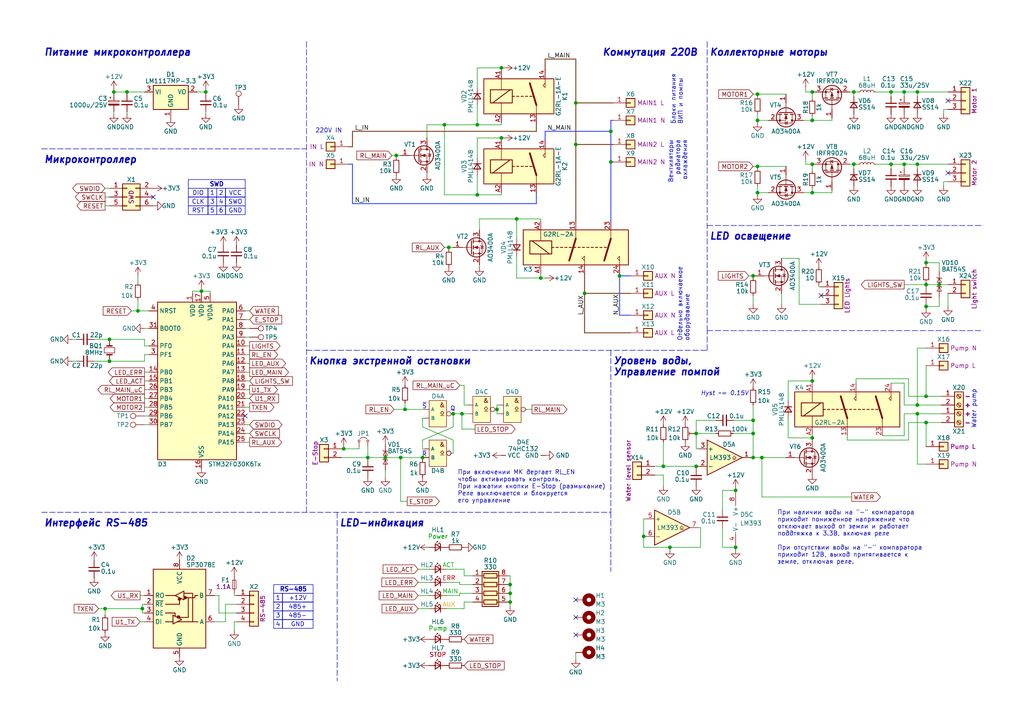
<source format=kicad_sch>
(kicad_sch (version 20230121) (generator eeschema)

  (uuid 6450e7fa-7a31-4aa4-8e80-7e6cbe2452fc)

  (paper "A4")

  (title_block
    (title "RS485_Relay V2 module")
    (rev "1")
    (company "ООО \"Экросхим\"")
    (comment 1 "Anton Mukhin")
  )

  

  (junction (at 262.255 26.67) (diameter 0) (color 0 0 0 0)
    (uuid 025861c3-9559-4ee6-bd02-0a9dcb606de5)
  )
  (junction (at 266.065 47.625) (diameter 0) (color 0 0 0 0)
    (uuid 05ea3b54-db05-475d-8a61-c27f7472cb87)
  )
  (junction (at 235.585 34.925) (diameter 0) (color 0 0 0 0)
    (uuid 077cc5b7-ff23-4099-afa7-545f65105d99)
  )
  (junction (at 177.165 38.1) (diameter 0) (color 0 0 0 0)
    (uuid 0be94d74-4197-43a5-86bd-bc3c880a49b6)
  )
  (junction (at 219.71 55.88) (diameter 0) (color 0 0 0 0)
    (uuid 0c0c38bb-ac3c-4f33-b3d5-7001cf3cf660)
  )
  (junction (at 138.43 56.515) (diameter 0) (color 0 0 0 0)
    (uuid 0cd95bb8-82a0-46a1-911a-3d045eb8684f)
  )
  (junction (at 58.42 84.455) (diameter 0) (color 0 0 0 0)
    (uuid 0d0a0bc9-4b99-4e81-b380-c4ceadb79b11)
  )
  (junction (at 268.605 122.555) (diameter 0) (color 0 0 0 0)
    (uuid 0f5f9fd3-cad9-4fcc-a351-5391f31d8cf7)
  )
  (junction (at 268.605 88.9) (diameter 0) (color 0 0 0 0)
    (uuid 0fdc5ad0-973c-4080-80d6-9966388d9dd4)
  )
  (junction (at 235.585 26.67) (diameter 0) (color 0 0 0 0)
    (uuid 110b7e71-4eeb-4d1d-9c7c-47e1a96e68cc)
  )
  (junction (at 272.415 82.55) (diameter 0) (color 0 0 0 0)
    (uuid 187bc0b2-e2b5-4b43-8b92-3becff17f88d)
  )
  (junction (at 262.255 47.625) (diameter 0) (color 0 0 0 0)
    (uuid 1f3971c9-d882-427b-8124-4eaba1b5e5ca)
  )
  (junction (at 192.405 135.255) (diameter 0) (color 0 0 0 0)
    (uuid 2051fc95-f1ce-412d-a87f-2a94e6a96e67)
  )
  (junction (at 194.31 158.75) (diameter 0) (color 0 0 0 0)
    (uuid 2167fd11-485c-4c85-8740-09b45325c014)
  )
  (junction (at 258.445 47.625) (diameter 0) (color 0 0 0 0)
    (uuid 227cc3da-ee51-41c1-8f39-3066c60e2d00)
  )
  (junction (at 268.605 114.935) (diameter 0) (color 0 0 0 0)
    (uuid 236b0db4-28f3-4b6e-9461-70758d7bdc3b)
  )
  (junction (at 218.44 125.73) (diameter 0) (color 0 0 0 0)
    (uuid 27ea5af2-0afa-46e2-a598-2ba24dcc1ac9)
  )
  (junction (at 266.065 117.475) (diameter 0) (color 0 0 0 0)
    (uuid 293f9a76-8490-4fd0-98a0-e1c943a80e6e)
  )
  (junction (at 133.985 120.015) (diameter 0) (color 0 0 0 0)
    (uuid 2d1a3b91-6cdd-45aa-bc7e-5a1793bb6506)
  )
  (junction (at 213.36 142.24) (diameter 0) (color 0 0 0 0)
    (uuid 2e3c7c96-c41a-4fb8-8d7b-2bf0e5108e66)
  )
  (junction (at 147.955 169.545) (diameter 0) (color 0 0 0 0)
    (uuid 36a2ed52-0d63-4126-898c-85fe0410d891)
  )
  (junction (at 122.555 132.715) (diameter 0) (color 0 0 0 0)
    (uuid 37f93377-2764-4d49-9ab6-38d54ac507d2)
  )
  (junction (at 219.71 48.26) (diameter 0) (color 0 0 0 0)
    (uuid 39f20107-2c50-42ed-a7c4-57329dfe56fa)
  )
  (junction (at 220.98 132.715) (diameter 0) (color 0 0 0 0)
    (uuid 41555883-9cac-4116-8698-ba71ce74f7e4)
  )
  (junction (at 268.605 76.2) (diameter 0) (color 0 0 0 0)
    (uuid 43fc6e5f-fcc7-42af-8f7d-38b2562e4303)
  )
  (junction (at 235.585 47.625) (diameter 0) (color 0 0 0 0)
    (uuid 4a0c4f3b-15d0-461b-9b5b-5e6485cce6f4)
  )
  (junction (at 201.93 125.73) (diameter 0) (color 0 0 0 0)
    (uuid 4e3b8dc2-de67-49e5-abb0-3b2964777377)
  )
  (junction (at 99.695 130.175) (diameter 0) (color 0 0 0 0)
    (uuid 500bc291-74f5-404c-a54a-494e928b6b01)
  )
  (junction (at 147.955 172.085) (diameter 0) (color 0 0 0 0)
    (uuid 53022e14-a6b2-4687-8568-ed01bb0bc801)
  )
  (junction (at 149.86 63.5) (diameter 0) (color 0 0 0 0)
    (uuid 533a4b70-f71b-44d5-b4e3-3f2097299e9c)
  )
  (junction (at 218.44 132.715) (diameter 0) (color 0 0 0 0)
    (uuid 54bad2b4-13ca-4ccd-99ec-16651a6a77d5)
  )
  (junction (at 138.43 36.195) (diameter 0) (color 0 0 0 0)
    (uuid 55c7bdf3-5f8f-4771-9d1d-19fdb4d5c4ab)
  )
  (junction (at 31.75 98.425) (diameter 0) (color 0 0 0 0)
    (uuid 5b8f7dcc-5c75-4ac6-9d15-61476b3c3ab6)
  )
  (junction (at 128.905 36.195) (diameter 0) (color 0 0 0 0)
    (uuid 5d6c6750-430b-4bfe-b825-1b5354ce9c0f)
  )
  (junction (at 169.545 85.09) (diameter 0) (color 0 0 0 0)
    (uuid 65bf29da-2ed8-4872-8fd2-409bb2167fcd)
  )
  (junction (at 147.955 174.625) (diameter 0) (color 0 0 0 0)
    (uuid 66daeb34-ae29-4d79-939a-fe7740178441)
  )
  (junction (at 131.445 120.015) (diameter 0) (color 0 0 0 0)
    (uuid 67d5c6ea-8a2b-48fd-a4df-a2ed4dcd7647)
  )
  (junction (at 247.65 47.625) (diameter 0) (color 0 0 0 0)
    (uuid 6f042441-4e4f-4e2c-854b-fadc83e03487)
  )
  (junction (at 167.005 41.91) (diameter 0) (color 0 0 0 0)
    (uuid 7a74a676-8563-419b-871a-85105152586b)
  )
  (junction (at 30.48 176.53) (diameter 0) (color 0 0 0 0)
    (uuid 7b973aa7-967b-4d7c-a42d-226863a3855e)
  )
  (junction (at 218.44 80.01) (diameter 0) (color 0 0 0 0)
    (uuid 7e440e3a-3a2b-4310-a85d-704e207ca204)
  )
  (junction (at 33.02 26.67) (diameter 0) (color 0 0 0 0)
    (uuid 80103748-55ed-41b6-830a-41b5cae1ea4f)
  )
  (junction (at 41.275 176.53) (diameter 0) (color 0 0 0 0)
    (uuid 857ada16-b94d-4a33-95b4-1659a5c003cf)
  )
  (junction (at 111.76 132.715) (diameter 0) (color 0 0 0 0)
    (uuid 878ca46b-e5c5-42b7-b400-364d4b976d84)
  )
  (junction (at 268.605 82.55) (diameter 0) (color 0 0 0 0)
    (uuid 8916e602-afa6-4cba-adf2-1a6ae4a4e818)
  )
  (junction (at 247.65 26.67) (diameter 0) (color 0 0 0 0)
    (uuid 9070c74b-7696-4e92-93eb-79dd9f9bfd95)
  )
  (junction (at 201.93 135.255) (diameter 0) (color 0 0 0 0)
    (uuid 933f608a-7f52-47ea-b469-7b36181f332c)
  )
  (junction (at 130.175 71.755) (diameter 0) (color 0 0 0 0)
    (uuid 96d486fe-3702-4d60-a82f-e8ed9056080c)
  )
  (junction (at 116.205 132.715) (diameter 0) (color 0 0 0 0)
    (uuid a1402cfd-4257-40d0-9e4a-6cc726dc085d)
  )
  (junction (at 266.065 120.015) (diameter 0) (color 0 0 0 0)
    (uuid aaedd42c-4232-4c1f-93d2-69c5641e2ad6)
  )
  (junction (at 145.415 40.005) (diameter 0) (color 0 0 0 0)
    (uuid b02e3344-22f9-42e7-866f-9e0b640cc9ac)
  )
  (junction (at 219.71 34.925) (diameter 0) (color 0 0 0 0)
    (uuid b1393ca2-d170-4656-923e-9350fbbcec10)
  )
  (junction (at 59.69 26.67) (diameter 0) (color 0 0 0 0)
    (uuid b62da96e-bb76-44fd-b2a1-0217c85053cd)
  )
  (junction (at 114.935 45.085) (diameter 0) (color 0 0 0 0)
    (uuid bdfb88c2-9246-4b92-85b9-7d4fa2c8e2c0)
  )
  (junction (at 258.445 26.67) (diameter 0) (color 0 0 0 0)
    (uuid bfac10f2-123d-488a-bc50-e2754c4c3ccd)
  )
  (junction (at 31.75 104.775) (diameter 0) (color 0 0 0 0)
    (uuid c26f93a6-4f08-4fc2-b35b-6c12c5252821)
  )
  (junction (at 36.83 26.67) (diameter 0) (color 0 0 0 0)
    (uuid c540ea47-b008-4fc7-802c-fd2fb31c75cc)
  )
  (junction (at 40.005 90.17) (diameter 0) (color 0 0 0 0)
    (uuid c69ece61-cf8a-4a14-a080-5b124fc14304)
  )
  (junction (at 218.44 121.92) (diameter 0) (color 0 0 0 0)
    (uuid caa25b21-7042-49b5-ba8e-e650c97121b1)
  )
  (junction (at 235.585 127) (diameter 0) (color 0 0 0 0)
    (uuid cabf4744-c332-47ee-8f69-efbc1a99fbd1)
  )
  (junction (at 167.005 29.845) (diameter 0) (color 0 0 0 0)
    (uuid cb998d4c-f26c-4459-abcd-12f57485ad6b)
  )
  (junction (at 177.165 46.99) (diameter 0) (color 0 0 0 0)
    (uuid cbb40fd7-82dd-4cf5-bf6b-c000bf2d792f)
  )
  (junction (at 186.69 155.575) (diameter 0) (color 0 0 0 0)
    (uuid cc605d83-b9bc-4e7b-85f5-4ff3119684c8)
  )
  (junction (at 144.145 118.745) (diameter 0) (color 0 0 0 0)
    (uuid d31ee352-9853-40f1-a9e6-f711a7f6e079)
  )
  (junction (at 213.36 158.75) (diameter 0) (color 0 0 0 0)
    (uuid d8578f05-a456-4a12-936b-72167241647f)
  )
  (junction (at 235.585 55.88) (diameter 0) (color 0 0 0 0)
    (uuid db0d85a7-3928-429b-ae8a-a3e1f08e4e28)
  )
  (junction (at 179.705 80.01) (diameter 0) (color 0 0 0 0)
    (uuid dc6b09a6-c221-4183-a6ac-89d66c1a8ba2)
  )
  (junction (at 145.415 19.685) (diameter 0) (color 0 0 0 0)
    (uuid df8ba9ac-3cb7-4cae-ba74-a19d4fdf57d1)
  )
  (junction (at 235.585 110.49) (diameter 0) (color 0 0 0 0)
    (uuid dfebfafd-ac40-415b-8d6f-168a5f120789)
  )
  (junction (at 156.845 80.645) (diameter 0) (color 0 0 0 0)
    (uuid e2d4d49e-bfd8-41fd-a192-6a0451d0081b)
  )
  (junction (at 266.065 26.67) (diameter 0) (color 0 0 0 0)
    (uuid e6dbe63b-48bb-4339-8bb7-c2978fe186fa)
  )
  (junction (at 106.68 132.715) (diameter 0) (color 0 0 0 0)
    (uuid ead377f6-9f70-46d5-99a7-71cf222f7994)
  )
  (junction (at 117.475 118.745) (diameter 0) (color 0 0 0 0)
    (uuid f09829d1-30a2-4b66-b1a1-f55c538c91a8)
  )
  (junction (at 219.71 27.305) (diameter 0) (color 0 0 0 0)
    (uuid ffcdf3fd-3f76-49e3-aa46-7be728dc307c)
  )

  (no_connect (at 71.12 120.65) (uuid 03f8abea-e6c1-455c-84e4-6cd5273dad97))
  (no_connect (at 167.005 184.15) (uuid 1c44ba37-14b3-405b-a54f-e7dcfcad7590))
  (no_connect (at 238.125 85.725) (uuid 31a690ea-4b5b-43ad-9006-4510d71109a9))
  (no_connect (at 44.45 57.15) (uuid 684d7b93-7724-429f-9672-a6aac24ff43d))
  (no_connect (at 167.005 179.07) (uuid 96716cc6-9055-4b35-92d8-af019611fa49))
  (no_connect (at 274.955 29.21) (uuid d3831871-95b0-42eb-bd90-4b6bf35bc9ab))
  (no_connect (at 274.955 50.165) (uuid eb12b70a-10cd-4e3c-94e6-13cdb3dd8f57))
  (no_connect (at 167.005 173.99) (uuid f8836111-faf3-43b2-8065-b2ef53ec5bf3))

  (wire (pts (xy 111.76 132.715) (xy 116.205 132.715))
    (stroke (width 0) (type default))
    (uuid 0087c397-f528-42ef-a7c1-acdd726555d9)
  )
  (wire (pts (xy 30.48 57.15) (xy 31.75 57.15))
    (stroke (width 0) (type default))
    (uuid 00b6dd6d-436d-4ce0-a32e-b73d035b4b02)
  )
  (wire (pts (xy 139.065 76.835) (xy 139.065 77.47))
    (stroke (width 0) (type default))
    (uuid 0127a94d-4374-4d4c-be2a-2d00bb563f3e)
  )
  (wire (pts (xy 201.93 135.255) (xy 202.565 135.255))
    (stroke (width 0) (type default))
    (uuid 02be5ec9-b021-4f94-b855-741a971830a5)
  )
  (wire (pts (xy 135.89 117.475) (xy 134.62 117.475))
    (stroke (width 0) (type default))
    (uuid 035dc596-e3ab-4253-9de6-17563127271c)
  )
  (wire (pts (xy 71.12 110.49) (xy 72.39 110.49))
    (stroke (width 0) (type default))
    (uuid 039410ce-cf4d-46f8-b718-73fdb47d6fdf)
  )
  (wire (pts (xy 218.44 85.725) (xy 218.44 88.265))
    (stroke (width 0) (type default))
    (uuid 040015b5-b357-4461-b05a-895138c15b93)
  )
  (wire (pts (xy 245.745 126.365) (xy 245.745 127.635))
    (stroke (width 0) (type default))
    (uuid 04155474-4984-4345-9fd9-7f0da614a137)
  )
  (wire (pts (xy 167.005 189.23) (xy 167.005 191.135))
    (stroke (width 0) (type default))
    (uuid 047109a4-8044-4b43-8813-c4cded0fffe5)
  )
  (wire (pts (xy 133.35 172.72) (xy 133.35 172.085))
    (stroke (width 0) (type default))
    (uuid 056c5ecb-4673-4d09-9185-b2dd7c23cb00)
  )
  (wire (pts (xy 30.48 176.53) (xy 41.275 176.53))
    (stroke (width 0) (type default))
    (uuid 05d85703-ced6-42c8-a0a4-fe022770cba4)
  )
  (wire (pts (xy 194.31 158.75) (xy 194.31 159.385))
    (stroke (width 0) (type default))
    (uuid 06a89d01-6bd4-4175-87b2-1fcd403c729e)
  )
  (wire (pts (xy 149.86 74.295) (xy 149.86 80.645))
    (stroke (width 0) (type default))
    (uuid 06bfd472-3e76-4bd9-b783-71d69b231475)
  )
  (wire (pts (xy 68.58 180.34) (xy 67.945 180.34))
    (stroke (width 0) (type default))
    (uuid 08bf49bc-949f-4c3e-8f40-c89978628c39)
  )
  (wire (pts (xy 133.35 169.545) (xy 137.16 169.545))
    (stroke (width 0) (type default))
    (uuid 09084143-c152-4d14-9cde-2875a560dc3e)
  )
  (wire (pts (xy 209.55 153.035) (xy 209.55 158.75))
    (stroke (width 0) (type default))
    (uuid 0a853dc6-dd2a-437b-a440-87521a88cf43)
  )
  (wire (pts (xy 106.68 132.715) (xy 106.68 133.35))
    (stroke (width 0) (type default))
    (uuid 0a976d54-7133-42b0-96e4-ea2b8a2cc022)
  )
  (wire (pts (xy 36.83 26.67) (xy 41.91 26.67))
    (stroke (width 0) (type default))
    (uuid 0aac398f-a3c9-4277-b714-3dff0b7b2fc8)
  )
  (wire (pts (xy 262.255 126.365) (xy 262.255 120.015))
    (stroke (width 0) (type default))
    (uuid 0b8f9e17-8cce-42c6-b8dd-dc8146f3f165)
  )
  (wire (pts (xy 118.11 145.415) (xy 116.205 145.415))
    (stroke (width 0) (type default))
    (uuid 0c014cbf-60e8-4deb-b8a0-4538efb5db7a)
  )
  (wire (pts (xy 266.065 117.475) (xy 273.05 117.475))
    (stroke (width 0) (type default))
    (uuid 0ce04c61-c60f-4cfb-bf55-590783100c57)
  )
  (wire (pts (xy 147.32 169.545) (xy 147.955 169.545))
    (stroke (width 0) (type default))
    (uuid 0d09c338-b37f-46e3-b77c-ae4bcd93c8f6)
  )
  (polyline (pts (xy 88.9 12.065) (xy 88.9 148.59))
    (stroke (width 0) (type dash))
    (uuid 0df5bca9-5c26-4f85-9f2d-852a70bd0685)
  )

  (wire (pts (xy 262.255 117.475) (xy 266.065 117.475))
    (stroke (width 0) (type default))
    (uuid 0edeeff1-4a45-44cc-93d7-665a2028f2bf)
  )
  (wire (pts (xy 268.605 134.62) (xy 266.065 134.62))
    (stroke (width 0) (type default))
    (uuid 0f1b1797-6c66-4d5a-be42-1e1cf8f1d0d5)
  )
  (wire (pts (xy 41.91 104.775) (xy 31.75 104.775))
    (stroke (width 0) (type default))
    (uuid 0f79eee7-bcf2-4b1b-9087-ff8e92ab9861)
  )
  (wire (pts (xy 228.6 121.285) (xy 228.6 127))
    (stroke (width 0) (type default))
    (uuid 12176ba6-4a54-41b2-bece-0a02fe2b49c4)
  )
  (wire (pts (xy 233.045 55.88) (xy 235.585 55.88))
    (stroke (width 0) (type default))
    (uuid 123a1267-58f1-4fd3-ae03-42297840b3ce)
  )
  (wire (pts (xy 147.955 174.625) (xy 147.955 175.895))
    (stroke (width 0) (type default))
    (uuid 12d537bf-e329-4383-8179-4d6d5bef6387)
  )
  (wire (pts (xy 138.43 45.72) (xy 138.43 40.005))
    (stroke (width 0) (type default))
    (uuid 12d7248f-4b18-4f13-8c77-1634e091e700)
  )
  (wire (pts (xy 167.005 17.145) (xy 167.005 29.845))
    (stroke (width 0.3) (type default) (color 136 81 44 1))
    (uuid 13cb3e7b-2f39-427f-bbcc-9f2a539ddf72)
  )
  (wire (pts (xy 134.62 111.76) (xy 133.35 111.76))
    (stroke (width 0) (type default))
    (uuid 13db0860-7d38-407c-99d7-551a3bfcd905)
  )
  (wire (pts (xy 20.955 98.425) (xy 22.225 98.425))
    (stroke (width 0) (type default))
    (uuid 1419981e-88bf-4db6-b1db-ab5777992550)
  )
  (wire (pts (xy 59.69 26.67) (xy 59.69 27.305))
    (stroke (width 0) (type default))
    (uuid 1477ee0f-c249-411e-a382-ca1ec47e4edd)
  )
  (wire (pts (xy 41.91 98.425) (xy 31.75 98.425))
    (stroke (width 0) (type default))
    (uuid 15029913-33db-498e-b216-9fb60a7b72f0)
  )
  (wire (pts (xy 201.93 121.92) (xy 201.93 125.73))
    (stroke (width 0) (type default))
    (uuid 160541d6-d991-4aa3-b659-09c666c96545)
  )
  (wire (pts (xy 145.415 19.685) (xy 145.415 20.32))
    (stroke (width 0) (type default))
    (uuid 166338aa-4e3b-4f51-b567-4f99a0042745)
  )
  (wire (pts (xy 247.65 47.625) (xy 247.65 48.895))
    (stroke (width 0) (type default))
    (uuid 17007c84-cfc1-4253-8728-4f744ac2a149)
  )
  (wire (pts (xy 192.405 137.795) (xy 192.405 140.97))
    (stroke (width 0) (type default))
    (uuid 17d9b1b6-6c2d-46eb-b69a-1d98ee0826fb)
  )
  (wire (pts (xy 231.775 74.93) (xy 226.695 74.93))
    (stroke (width 0) (type default))
    (uuid 1837ad3e-570d-4b00-99e5-63c9573acc2d)
  )
  (wire (pts (xy 272.415 78.74) (xy 272.415 76.2))
    (stroke (width 0) (type default))
    (uuid 1925b013-8e8d-4ffb-99d1-2a3bb7f6d550)
  )
  (wire (pts (xy 235.585 26.67) (xy 236.22 26.67))
    (stroke (width 0) (type default))
    (uuid 1b1acf1b-47b3-4766-a109-55f9b7ea8341)
  )
  (wire (pts (xy 71.12 100.33) (xy 72.39 100.33))
    (stroke (width 0) (type default))
    (uuid 1b6f73a7-7126-47d7-8ad6-9570e460c61a)
  )
  (wire (pts (xy 235.585 126.365) (xy 235.585 127))
    (stroke (width 0) (type default))
    (uuid 1c271aac-4ec3-43e9-a766-e3a52872b154)
  )
  (wire (pts (xy 218.44 48.26) (xy 219.71 48.26))
    (stroke (width 0) (type default))
    (uuid 1d23b895-4f35-4397-a268-f72f0114a51f)
  )
  (wire (pts (xy 71.12 123.19) (xy 72.39 123.19))
    (stroke (width 0) (type default))
    (uuid 1df18233-294b-4e69-b9ab-13113479077b)
  )
  (wire (pts (xy 43.18 102.87) (xy 41.91 102.87))
    (stroke (width 0) (type default))
    (uuid 1e47a892-eaf6-495e-a803-5e7f85b050a7)
  )
  (wire (pts (xy 28.575 176.53) (xy 30.48 176.53))
    (stroke (width 0) (type default))
    (uuid 1e81dc6a-26e3-490d-ac33-dd1398cece90)
  )
  (wire (pts (xy 231.775 88.265) (xy 231.775 74.93))
    (stroke (width 0) (type default))
    (uuid 2025d6cd-e377-49c6-be1d-5c645c4db21b)
  )
  (wire (pts (xy 102.235 59.055) (xy 102.235 47.625))
    (stroke (width 0.3) (type default) (color 71 92 255 1))
    (uuid 207c98a0-878d-4842-bd2b-fbdcb7e9b013)
  )
  (wire (pts (xy 68.58 172.72) (xy 67.945 172.72))
    (stroke (width 0) (type default))
    (uuid 2269f297-920d-4853-b6af-0344ca220164)
  )
  (wire (pts (xy 274.955 52.705) (xy 273.685 52.705))
    (stroke (width 0) (type default))
    (uuid 22a6a1d7-9c18-4e53-8439-0f528505a962)
  )
  (wire (pts (xy 67.945 180.34) (xy 67.945 182.88))
    (stroke (width 0) (type default))
    (uuid 232481bf-fde3-48ad-8c36-47b49ba9314d)
  )
  (wire (pts (xy 177.165 46.99) (xy 177.165 64.135))
    (stroke (width 0.3) (type default) (color 71 92 255 1))
    (uuid 23c4c183-5196-4ad3-8917-ab3a5b65235c)
  )
  (wire (pts (xy 152.4 118.745) (xy 154.305 118.745))
    (stroke (width 0) (type default))
    (uuid 23eec670-03f3-4416-9740-c83aad4d2fb0)
  )
  (wire (pts (xy 247.015 144.145) (xy 220.98 144.145))
    (stroke (width 0) (type default))
    (uuid 23f20a31-404e-4134-9d1e-8b5d4e912506)
  )
  (wire (pts (xy 233.045 34.925) (xy 235.585 34.925))
    (stroke (width 0) (type default))
    (uuid 2548f921-b2b7-454d-8a1f-692da923f004)
  )
  (wire (pts (xy 218.44 80.01) (xy 218.44 80.645))
    (stroke (width 0) (type default))
    (uuid 2666ef53-0e18-4d64-9516-0bf12c479c20)
  )
  (wire (pts (xy 31.75 98.425) (xy 31.75 99.06))
    (stroke (width 0) (type default))
    (uuid 268518ad-e8fd-4cdd-bc31-61ff944e1f40)
  )
  (wire (pts (xy 219.71 48.26) (xy 227.965 48.26))
    (stroke (width 0) (type default))
    (uuid 271ff14e-a9a0-4842-8b72-2f84a917eaf3)
  )
  (wire (pts (xy 235.585 127) (xy 235.585 127.635))
    (stroke (width 0) (type default))
    (uuid 29071455-d5ff-46cc-929c-e299a5e8be09)
  )
  (wire (pts (xy 129.54 165.1) (xy 134.62 165.1))
    (stroke (width 0) (type default))
    (uuid 29ac071c-2081-4f70-83a0-542bdf7b9db9)
  )
  (wire (pts (xy 155.575 38.1) (xy 102.235 38.1))
    (stroke (width 0.3) (type default) (color 136 81 44 1))
    (uuid 2a583fc8-5844-48c7-a0a9-d13229de2da4)
  )
  (wire (pts (xy 263.525 109.855) (xy 263.525 114.935))
    (stroke (width 0) (type default))
    (uuid 2c38ca7b-c644-4b12-8e81-4a3d9a6c2571)
  )
  (wire (pts (xy 38.1 90.17) (xy 40.005 90.17))
    (stroke (width 0) (type default))
    (uuid 2c38d587-cc4f-441b-9863-712b2d508a2f)
  )
  (wire (pts (xy 158.115 38.1) (xy 177.165 38.1))
    (stroke (width 0.3) (type default) (color 71 92 255 1))
    (uuid 2cecdb9a-d259-40d5-9d6e-83d46f29f300)
  )
  (wire (pts (xy 258.445 47.625) (xy 258.445 48.895))
    (stroke (width 0) (type default))
    (uuid 2d057875-ccf2-4298-b333-380e3eba14d0)
  )
  (wire (pts (xy 207.645 121.92) (xy 201.93 121.92))
    (stroke (width 0) (type default))
    (uuid 2d78fefa-e62f-41ed-ac94-72d24a5450e4)
  )
  (wire (pts (xy 144.145 117.475) (xy 144.78 117.475))
    (stroke (width 0) (type default))
    (uuid 2df62fbf-5507-46a8-b940-07f3af28b595)
  )
  (wire (pts (xy 41.91 115.57) (xy 43.18 115.57))
    (stroke (width 0) (type default))
    (uuid 2f86537e-afb2-48c2-9a0f-1a81b5c37a9b)
  )
  (wire (pts (xy 30.48 54.61) (xy 31.75 54.61))
    (stroke (width 0) (type default))
    (uuid 301684d8-09d6-4759-bbdd-173ee1a0597a)
  )
  (wire (pts (xy 40.005 86.995) (xy 40.005 90.17))
    (stroke (width 0) (type default))
    (uuid 304f4f5a-b256-4752-9b0e-640b9f5a6a37)
  )
  (wire (pts (xy 268.605 122.555) (xy 273.05 122.555))
    (stroke (width 0) (type default))
    (uuid 30e71616-9ae5-443f-a370-accdb2fffd86)
  )
  (wire (pts (xy 149.86 63.5) (xy 156.845 63.5))
    (stroke (width 0) (type default))
    (uuid 311a0e8e-1260-4d95-8fcd-0bf529c9f379)
  )
  (wire (pts (xy 233.68 25.4) (xy 233.68 26.67))
    (stroke (width 0) (type default))
    (uuid 313adca8-0e6b-47dc-ba38-9e0b7f573117)
  )
  (wire (pts (xy 258.445 111.125) (xy 262.255 111.125))
    (stroke (width 0) (type default))
    (uuid 3140fe28-db81-4e64-952a-3c17cd55cb3c)
  )
  (wire (pts (xy 57.15 26.67) (xy 59.69 26.67))
    (stroke (width 0) (type default))
    (uuid 31ae2781-f7b0-46d5-aaed-883848cb20df)
  )
  (wire (pts (xy 177.165 38.1) (xy 177.165 46.99))
    (stroke (width 0.3) (type default) (color 71 92 255 1))
    (uuid 33222966-41cf-4aa2-870a-775d0910186d)
  )
  (wire (pts (xy 71.12 97.79) (xy 72.39 97.79))
    (stroke (width 0) (type default))
    (uuid 34aa6a88-7b00-4893-8905-6f101bf6ffdd)
  )
  (wire (pts (xy 41.91 110.49) (xy 43.18 110.49))
    (stroke (width 0) (type default))
    (uuid 35e0aadf-ad93-462c-98e4-5d2dd9c3f490)
  )
  (wire (pts (xy 71.12 107.95) (xy 72.39 107.95))
    (stroke (width 0) (type default))
    (uuid 36b52cc7-e3ba-4c09-9df9-5a0b999472bd)
  )
  (wire (pts (xy 268.605 114.935) (xy 273.05 114.935))
    (stroke (width 0) (type default))
    (uuid 373822e3-5a97-4dad-a253-ddc3b793d064)
  )
  (wire (pts (xy 177.165 34.925) (xy 177.165 38.1))
    (stroke (width 0.3) (type default) (color 71 92 255 1))
    (uuid 37412a9b-3b26-4b3e-b60c-0305e2b92acb)
  )
  (wire (pts (xy 263.525 127.635) (xy 263.525 122.555))
    (stroke (width 0) (type default))
    (uuid 376bca86-867e-4d53-852c-42d2f56c4e61)
  )
  (wire (pts (xy 268.605 81.915) (xy 268.605 82.55))
    (stroke (width 0) (type default))
    (uuid 38ebca48-4df0-4240-a15f-c3fc957bc2d5)
  )
  (wire (pts (xy 272.415 76.2) (xy 268.605 76.2))
    (stroke (width 0) (type default))
    (uuid 3931c579-0c9a-4623-973a-d2ef2654ef04)
  )
  (wire (pts (xy 219.71 34.925) (xy 222.885 34.925))
    (stroke (width 0) (type default))
    (uuid 39379aa3-2552-42d3-843f-7f19e25667ba)
  )
  (wire (pts (xy 133.985 124.46) (xy 133.985 120.015))
    (stroke (width 0) (type default))
    (uuid 395a4b76-048b-4f4e-aba9-cb12586957de)
  )
  (wire (pts (xy 71.12 115.57) (xy 72.39 115.57))
    (stroke (width 0) (type default))
    (uuid 39d40975-8197-4c2b-a312-2c27eda6798c)
  )
  (wire (pts (xy 158.115 38.1) (xy 158.115 40.64))
    (stroke (width 0.3) (type default) (color 71 92 255 1))
    (uuid 3baa2eed-40a7-4c3f-a5b1-0b26f695c977)
  )
  (wire (pts (xy 68.58 177.8) (xy 63.5 177.8))
    (stroke (width 0) (type default))
    (uuid 3d019a5a-36ba-46dd-b2d0-93bbb6a31dc4)
  )
  (wire (pts (xy 245.745 127.635) (xy 263.525 127.635))
    (stroke (width 0) (type default))
    (uuid 3fbcd283-7830-480e-85cd-7cba1be4230a)
  )
  (wire (pts (xy 67.945 172.72) (xy 67.945 172.085))
    (stroke (width 0) (type default))
    (uuid 3ffce9ea-6a9c-4605-bd4a-eafd6ddb5e31)
  )
  (wire (pts (xy 156.845 63.5) (xy 156.845 64.135))
    (stroke (width 0) (type default))
    (uuid 4000d0d4-3720-4515-9bf6-b60cb47ebb5d)
  )
  (wire (pts (xy 167.005 29.845) (xy 177.8 29.845))
    (stroke (width 0.3) (type default) (color 136 81 44 1))
    (uuid 40b59981-6f35-4443-af07-2374e49aa43e)
  )
  (wire (pts (xy 122.555 121.285) (xy 122.555 123.825))
    (stroke (width 0) (type default))
    (uuid 4132ff43-cd91-4b3d-843a-a8ca17d78f89)
  )
  (wire (pts (xy 139.065 63.5) (xy 149.86 63.5))
    (stroke (width 0) (type default))
    (uuid 4134e379-48a7-49e1-a2be-348d77cc34ff)
  )
  (wire (pts (xy 59.69 32.385) (xy 59.69 33.02))
    (stroke (width 0) (type default))
    (uuid 42887598-d59a-4185-8612-8657061760b6)
  )
  (wire (pts (xy 41.91 113.03) (xy 43.18 113.03))
    (stroke (width 0) (type default))
    (uuid 44b6fe80-91ab-43e9-a632-867442d8f3b4)
  )
  (wire (pts (xy 149.86 69.215) (xy 149.86 63.5))
    (stroke (width 0) (type default))
    (uuid 44d5cafb-d473-466c-8b81-8e82839d8829)
  )
  (wire (pts (xy 209.55 142.24) (xy 213.36 142.24))
    (stroke (width 0) (type default))
    (uuid 44ef3b3f-9bc1-49da-8c34-cc97a71e22be)
  )
  (wire (pts (xy 41.91 123.19) (xy 43.18 123.19))
    (stroke (width 0) (type default))
    (uuid 45820cd6-08f6-4824-980d-1f569f0327ad)
  )
  (wire (pts (xy 134.62 176.53) (xy 134.62 174.625))
    (stroke (width 0) (type default))
    (uuid 45f8731c-3f36-4c35-b2eb-90fe14eeb5bb)
  )
  (wire (pts (xy 217.17 80.01) (xy 218.44 80.01))
    (stroke (width 0) (type default))
    (uuid 466a55a9-ee42-4c7c-be78-54216c47c7a4)
  )
  (wire (pts (xy 20.955 104.775) (xy 22.225 104.775))
    (stroke (width 0) (type default))
    (uuid 480c20a0-9ddd-41b0-a9cb-60485c9e28c8)
  )
  (wire (pts (xy 58.42 83.82) (xy 58.42 84.455))
    (stroke (width 0) (type default))
    (uuid 488548fb-d2dc-44b0-8bb4-71620ba7080f)
  )
  (wire (pts (xy 235.585 54.61) (xy 235.585 55.88))
    (stroke (width 0) (type default))
    (uuid 492d00f2-58e2-45f1-81f5-f0e5ec09d003)
  )
  (wire (pts (xy 58.42 84.455) (xy 60.96 84.455))
    (stroke (width 0) (type default))
    (uuid 4938b4f9-ea85-4690-8900-64894491e7a5)
  )
  (wire (pts (xy 138.43 36.195) (xy 145.415 36.195))
    (stroke (width 0) (type default))
    (uuid 49ea047e-e6de-4579-9349-6a8ae9b32050)
  )
  (wire (pts (xy 130.175 71.755) (xy 131.445 71.755))
    (stroke (width 0) (type default))
    (uuid 4aa946cb-bf25-46f7-826c-293c98fbe0e3)
  )
  (wire (pts (xy 268.605 82.55) (xy 272.415 82.55))
    (stroke (width 0) (type default))
    (uuid 4b303469-8f29-41cb-94c8-30c9f782305b)
  )
  (wire (pts (xy 144.145 118.745) (xy 144.145 117.475))
    (stroke (width 0) (type default))
    (uuid 4c197d5c-674a-4b92-8abd-1345ada09b83)
  )
  (wire (pts (xy 218.44 132.715) (xy 218.44 125.73))
    (stroke (width 0) (type default))
    (uuid 4c6e91fd-a1d4-495b-9c2b-f93b0ced2240)
  )
  (wire (pts (xy 71.12 118.11) (xy 72.39 118.11))
    (stroke (width 0) (type default))
    (uuid 4c75a68f-9e52-420b-8b84-83c1a66ee899)
  )
  (wire (pts (xy 219.71 55.88) (xy 219.71 53.975))
    (stroke (width 0) (type default))
    (uuid 4c9293f3-ecfd-4871-bd83-b95ca7695dbb)
  )
  (wire (pts (xy 179.705 79.375) (xy 179.705 80.01))
    (stroke (width 0.3) (type default) (color 71 92 255 1))
    (uuid 4d73b166-ceff-4b25-b465-e4537ccc1bcc)
  )
  (wire (pts (xy 131.445 127.635) (xy 131.445 131.445))
    (stroke (width 0) (type default))
    (uuid 4d87ed5f-0ef1-48e0-ace6-73b7707252a9)
  )
  (wire (pts (xy 201.93 135.255) (xy 201.93 135.89))
    (stroke (width 0) (type default))
    (uuid 4e2d7d1d-ecdc-48e4-a942-2a1168097261)
  )
  (wire (pts (xy 130.175 71.755) (xy 130.175 72.39))
    (stroke (width 0) (type default))
    (uuid 4ec03816-8260-4a72-abd6-e5c7a4489bda)
  )
  (wire (pts (xy 201.295 125.73) (xy 201.93 125.73))
    (stroke (width 0) (type default))
    (uuid 4f80a63c-ed22-4a76-bdaa-f60b863c9a8a)
  )
  (wire (pts (xy 33.02 26.035) (xy 33.02 26.67))
    (stroke (width 0) (type default))
    (uuid 4f9d2a4b-73c0-48d7-86e0-af0f123e4b05)
  )
  (wire (pts (xy 231.775 88.265) (xy 238.125 88.265))
    (stroke (width 0) (type default))
    (uuid 502ecd8a-424d-4318-a8b7-a1cec5f79268)
  )
  (wire (pts (xy 117.475 118.745) (xy 123.19 118.745))
    (stroke (width 0) (type default))
    (uuid 50d899df-96c7-4ec0-b8e4-00449f2243f3)
  )
  (wire (pts (xy 219.71 35.56) (xy 219.71 34.925))
    (stroke (width 0) (type default))
    (uuid 51374a7f-a2b3-4c12-b4ef-6f53c52dbc5a)
  )
  (wire (pts (xy 40.64 172.72) (xy 41.91 172.72))
    (stroke (width 0) (type default))
    (uuid 522d026c-fa15-4e72-a6ae-ab60ed302773)
  )
  (wire (pts (xy 147.955 169.545) (xy 147.955 172.085))
    (stroke (width 0) (type default))
    (uuid 53af094c-3b85-4443-b1cb-f22e2537335b)
  )
  (wire (pts (xy 186.69 155.575) (xy 187.325 155.575))
    (stroke (width 0) (type default))
    (uuid 53ecba46-e1e6-4493-9aef-ae5da9d0a1c0)
  )
  (wire (pts (xy 104.14 130.175) (xy 99.695 130.175))
    (stroke (width 0) (type default))
    (uuid 544a5058-37cc-4756-b221-82db5dccd6ac)
  )
  (wire (pts (xy 186.69 150.495) (xy 186.69 155.575))
    (stroke (width 0) (type default))
    (uuid 546a8ea6-1b1b-4794-8d3d-7194548e7f7a)
  )
  (wire (pts (xy 40.005 80.01) (xy 40.005 81.915))
    (stroke (width 0) (type default))
    (uuid 54dd2fc5-6816-46be-966d-b9f61f9752dc)
  )
  (wire (pts (xy 266.065 134.62) (xy 266.065 120.015))
    (stroke (width 0) (type default))
    (uuid 55c3949e-17df-4067-a798-b1363c14f695)
  )
  (wire (pts (xy 123.825 36.195) (xy 128.905 36.195))
    (stroke (width 0) (type default))
    (uuid 56190ca3-f77d-40bc-8ea3-171cda205f27)
  )
  (wire (pts (xy 145.415 36.195) (xy 145.415 35.56))
    (stroke (width 0) (type default))
    (uuid 565f7233-bba9-40bd-94c1-79d796ad9051)
  )
  (polyline (pts (xy 205.105 12.065) (xy 205.105 95.885))
    (stroke (width 0) (type dash))
    (uuid 56fc567d-a8f4-493b-802d-10931682c0a2)
  )

  (wire (pts (xy 169.545 85.09) (xy 169.545 96.52))
    (stroke (width 0.3) (type default) (color 136 81 44 1))
    (uuid 5705eacb-cd84-4962-b3f8-ad6c022e80ce)
  )
  (wire (pts (xy 43.18 100.33) (xy 41.91 100.33))
    (stroke (width 0) (type default))
    (uuid 5732fba2-e5b6-456b-927f-7ceeb24b678c)
  )
  (wire (pts (xy 228.6 116.205) (xy 228.6 110.49))
    (stroke (width 0) (type default))
    (uuid 57d09f04-8117-4a3d-8c84-4c55ae48a135)
  )
  (wire (pts (xy 33.02 32.385) (xy 33.02 33.02))
    (stroke (width 0) (type default))
    (uuid 57d415d5-10e1-4aa7-9003-88550209902e)
  )
  (wire (pts (xy 241.3 34.29) (xy 241.3 34.925))
    (stroke (width 0) (type default))
    (uuid 5812ebd9-5bbb-4de6-90be-1eba77c34972)
  )
  (wire (pts (xy 41.91 120.65) (xy 43.18 120.65))
    (stroke (width 0) (type default))
    (uuid 58c8eb8b-ab9f-41c8-b858-4709cff7e852)
  )
  (wire (pts (xy 71.12 125.73) (xy 72.39 125.73))
    (stroke (width 0) (type default))
    (uuid 596a4b30-7f01-4264-a8f7-3a8d6b468531)
  )
  (wire (pts (xy 102.235 42.545) (xy 100.965 42.545))
    (stroke (width 0.3) (type default) (color 136 81 44 1))
    (uuid 5a0683eb-270f-4bfa-a7d2-3b5dec713527)
  )
  (wire (pts (xy 147.955 167.005) (xy 147.955 169.545))
    (stroke (width 0) (type default))
    (uuid 5a242407-16a2-4bcd-8c6c-ba7573d8f1cf)
  )
  (wire (pts (xy 262.255 26.67) (xy 262.255 27.94))
    (stroke (width 0) (type default))
    (uuid 5abdd6ea-48eb-41c3-ba24-83398af6370a)
  )
  (wire (pts (xy 254 47.625) (xy 258.445 47.625))
    (stroke (width 0) (type default))
    (uuid 5aff0ad4-5dd3-43c4-8519-d1f4b9c0ac8a)
  )
  (wire (pts (xy 262.255 82.55) (xy 268.605 82.55))
    (stroke (width 0) (type default))
    (uuid 5b05797f-a2e7-474a-ab65-a30c4ca810b0)
  )
  (wire (pts (xy 272.415 88.9) (xy 268.605 88.9))
    (stroke (width 0) (type default))
    (uuid 5b0e2029-a423-4c2c-a5cc-d8432085ab01)
  )
  (wire (pts (xy 30.48 59.69) (xy 31.75 59.69))
    (stroke (width 0) (type default))
    (uuid 5b79d467-9504-44f9-bbec-f2e16eaa4153)
  )
  (wire (pts (xy 134.62 117.475) (xy 134.62 111.76))
    (stroke (width 0) (type default))
    (uuid 5c654d2e-0582-4dd0-b8a8-8b0e93fa5ca1)
  )
  (wire (pts (xy 102.235 38.1) (xy 102.235 42.545))
    (stroke (width 0.3) (type default) (color 136 81 44 1))
    (uuid 5c852846-714e-40db-8388-356907814dc9)
  )
  (wire (pts (xy 99.06 132.715) (xy 106.68 132.715))
    (stroke (width 0) (type default))
    (uuid 5d0e0163-73ee-4b62-be27-0081be5be441)
  )
  (wire (pts (xy 213.36 158.75) (xy 213.36 158.115))
    (stroke (width 0) (type default))
    (uuid 5f67ae0f-eba6-41c7-993f-6ef436d7795e)
  )
  (wire (pts (xy 62.23 180.34) (xy 65.405 180.34))
    (stroke (width 0) (type default))
    (uuid 5faa5585-9d8b-4653-9124-b6970ace7845)
  )
  (wire (pts (xy 254 26.67) (xy 258.445 26.67))
    (stroke (width 0) (type default))
    (uuid 5fea5bf8-6afe-4cd7-95fc-116a6436538c)
  )
  (wire (pts (xy 116.205 132.715) (xy 122.555 132.715))
    (stroke (width 0) (type default))
    (uuid 6073b45a-370a-4ca8-9140-4fd2133df01a)
  )
  (wire (pts (xy 111.76 136.525) (xy 111.76 138.43))
    (stroke (width 0) (type default))
    (uuid 6099dbc6-2874-4477-95df-be33b6128a15)
  )
  (wire (pts (xy 233.68 46.355) (xy 233.68 47.625))
    (stroke (width 0) (type default))
    (uuid 61ed032c-ef30-493f-a05f-41cc4412382a)
  )
  (wire (pts (xy 71.12 105.41) (xy 72.39 105.41))
    (stroke (width 0) (type default))
    (uuid 6231d788-23d6-4409-866c-bd53dbb4e268)
  )
  (wire (pts (xy 138.43 56.515) (xy 145.415 56.515))
    (stroke (width 0) (type default))
    (uuid 62991fe2-1f91-41e4-892c-b3ece9891185)
  )
  (wire (pts (xy 99.695 130.175) (xy 99.695 129.54))
    (stroke (width 0) (type default))
    (uuid 62ffdfc4-2f73-48e7-8276-bc8913f32562)
  )
  (wire (pts (xy 248.285 111.125) (xy 248.285 109.855))
    (stroke (width 0) (type default))
    (uuid 633e687f-292d-40b6-892e-8be15cdfa2ec)
  )
  (wire (pts (xy 144.145 120.015) (xy 144.145 118.745))
    (stroke (width 0) (type default))
    (uuid 636d342e-a19e-4f94-8fa7-82324c86244a)
  )
  (wire (pts (xy 268.605 89.535) (xy 268.605 88.9))
    (stroke (width 0) (type default))
    (uuid 640a21fb-504e-4c25-9cfa-fdf16da6c637)
  )
  (wire (pts (xy 128.905 36.195) (xy 128.905 56.515))
    (stroke (width 0) (type default))
    (uuid 64937227-b362-4edf-8d8e-dbe0f798ecf0)
  )
  (wire (pts (xy 63.5 172.72) (xy 62.23 172.72))
    (stroke (width 0) (type default))
    (uuid 66c7613d-1ba7-4f21-a26a-ebbf861d9f7f)
  )
  (wire (pts (xy 122.555 132.715) (xy 122.555 133.35))
    (stroke (width 0) (type default))
    (uuid 66f56d85-7221-457c-884b-0f546a0edf97)
  )
  (wire (pts (xy 182.88 96.52) (xy 169.545 96.52))
    (stroke (width 0.3) (type default) (color 136 81 44 1))
    (uuid 671f43b9-14a0-49b5-a8c2-b4d65bc1cba6)
  )
  (wire (pts (xy 268.605 82.55) (xy 268.605 83.185))
    (stroke (width 0) (type default))
    (uuid 6724396d-4d74-4a94-b329-12bd9577ec07)
  )
  (wire (pts (xy 241.3 55.245) (xy 241.3 55.88))
    (stroke (width 0) (type default))
    (uuid 678cad29-2dc0-4b2e-8d8b-f9722fec2f02)
  )
  (wire (pts (xy 155.575 35.56) (xy 155.575 38.1))
    (stroke (width 0.3) (type default) (color 136 81 44 1))
    (uuid 682bc27e-7eed-4d12-bd2d-e08c3f95db8a)
  )
  (wire (pts (xy 143.51 118.745) (xy 144.145 118.745))
    (stroke (width 0) (type default))
    (uuid 6873721e-09ec-4770-ad71-b9a63d8b4ce2)
  )
  (wire (pts (xy 122.555 130.175) (xy 122.555 127.635))
    (stroke (width 0) (type default))
    (uuid 694755dc-e696-4eb3-bb0b-6ceafd018593)
  )
  (wire (pts (xy 266.065 47.625) (xy 274.955 47.625))
    (stroke (width 0) (type default))
    (uuid 695734d2-e7a0-4358-8860-7a03e4664d12)
  )
  (wire (pts (xy 131.445 120.015) (xy 133.985 120.015))
    (stroke (width 0) (type default))
    (uuid 6990f840-eaf1-4cb4-b260-f7cda3d47193)
  )
  (wire (pts (xy 40.005 90.17) (xy 43.18 90.17))
    (stroke (width 0) (type default))
    (uuid 69bbb8d9-9d8a-4498-ac55-c5e43ddafcea)
  )
  (wire (pts (xy 116.205 145.415) (xy 116.205 132.715))
    (stroke (width 0) (type default))
    (uuid 6b4dceaa-5832-405f-b9fa-266d67986d0f)
  )
  (wire (pts (xy 117.475 116.84) (xy 117.475 118.745))
    (stroke (width 0) (type default))
    (uuid 6b7a5ace-f351-43fb-b5b7-f7108d15653e)
  )
  (polyline (pts (xy 97.79 148.59) (xy 97.79 197.485))
    (stroke (width 0) (type dash))
    (uuid 6b95365f-a912-4b85-b411-0a8579c90032)
  )

  (wire (pts (xy 128.905 36.195) (xy 138.43 36.195))
    (stroke (width 0) (type default))
    (uuid 6bbbdcdc-3b2d-4613-a5c1-c4de11b6a187)
  )
  (wire (pts (xy 192.405 135.255) (xy 201.93 135.255))
    (stroke (width 0) (type default))
    (uuid 6be4df04-2801-43f8-82c2-cd9825f278a2)
  )
  (wire (pts (xy 149.86 80.645) (xy 156.845 80.645))
    (stroke (width 0) (type default))
    (uuid 6ce0d2e1-b4aa-44c9-8e4a-7200d5255562)
  )
  (wire (pts (xy 71.12 128.27) (xy 72.39 128.27))
    (stroke (width 0) (type default))
    (uuid 706dff62-ed70-42be-b0f8-8b7dc9caa637)
  )
  (wire (pts (xy 144.145 120.015) (xy 144.78 120.015))
    (stroke (width 0) (type default))
    (uuid 710eb54a-3e24-4ca5-8465-0b057eb3e0a2)
  )
  (wire (pts (xy 30.48 176.53) (xy 30.48 178.435))
    (stroke (width 0) (type default))
    (uuid 7174493f-ff80-49cf-b07c-1ed10994d921)
  )
  (wire (pts (xy 158.115 17.145) (xy 167.005 17.145))
    (stroke (width 0.3) (type default) (color 136 81 44 1))
    (uuid 7181b42a-28fc-4f97-a7e8-d3e12887195c)
  )
  (wire (pts (xy 130.81 131.445) (xy 131.445 131.445))
    (stroke (width 0) (type default))
    (uuid 71c70f2e-8854-4e5f-b140-a1bd05167268)
  )
  (wire (pts (xy 169.545 85.09) (xy 182.88 85.09))
    (stroke (width 0.3) (type default) (color 136 81 44 1))
    (uuid 72b3ff54-3ddf-41d2-bfd1-6b2c6e8c4c95)
  )
  (wire (pts (xy 187.325 150.495) (xy 186.69 150.495))
    (stroke (width 0) (type default))
    (uuid 73b8b4a2-f815-49fd-938a-6dc847e6cd77)
  )
  (wire (pts (xy 233.68 47.625) (xy 235.585 47.625))
    (stroke (width 0) (type default))
    (uuid 7466179a-3c51-4dd9-9a24-0e12b768782a)
  )
  (wire (pts (xy 212.725 121.92) (xy 218.44 121.92))
    (stroke (width 0) (type default))
    (uuid 754f382e-c0fb-48c7-8130-a3a86f669525)
  )
  (wire (pts (xy 158.115 17.145) (xy 158.115 20.32))
    (stroke (width 0.3) (type default) (color 136 81 44 1))
    (uuid 75e504ad-1a50-4529-8e11-6b5ef01df490)
  )
  (wire (pts (xy 63.5 177.8) (xy 63.5 172.72))
    (stroke (width 0) (type default))
    (uuid 75ef3f67-ad01-4045-b7b2-0a3d79d2051c)
  )
  (wire (pts (xy 268.605 75.565) (xy 268.605 76.2))
    (stroke (width 0) (type default))
    (uuid 7680e95d-10b7-4c8c-930a-445382b8ecdf)
  )
  (wire (pts (xy 272.415 86.36) (xy 272.415 88.9))
    (stroke (width 0) (type default))
    (uuid 7681128a-10b5-4761-9b46-fa454117d957)
  )
  (wire (pts (xy 247.65 47.625) (xy 248.92 47.625))
    (stroke (width 0) (type default))
    (uuid 77c6785e-0f4b-4192-b8ef-e1e1221b5405)
  )
  (wire (pts (xy 106.68 129.54) (xy 106.68 132.715))
    (stroke (width 0) (type default))
    (uuid 77ce7baa-db63-458d-a50e-b2aad2a57c74)
  )
  (wire (pts (xy 128.905 56.515) (xy 138.43 56.515))
    (stroke (width 0) (type default))
    (uuid 78990a1e-cdf7-4886-849c-264839d46865)
  )
  (wire (pts (xy 235.585 33.655) (xy 235.585 34.925))
    (stroke (width 0) (type default))
    (uuid 78ad76db-9db1-440d-a396-051ef0d0cbf6)
  )
  (wire (pts (xy 274.955 31.75) (xy 273.685 31.75))
    (stroke (width 0) (type default))
    (uuid 7964a0e5-3495-4154-a6cf-01e28ff5838a)
  )
  (wire (pts (xy 266.065 100.965) (xy 266.065 117.475))
    (stroke (width 0) (type default))
    (uuid 79c7ed57-0608-41fc-b058-576f07b33e55)
  )
  (wire (pts (xy 145.415 56.515) (xy 145.415 55.88))
    (stroke (width 0) (type default))
    (uuid 7a3310ab-1de6-4b19-bdcf-6c8aa814da3b)
  )
  (wire (pts (xy 235.585 26.67) (xy 235.585 28.575))
    (stroke (width 0) (type default))
    (uuid 7ae8978e-9218-4f3c-8680-9ae17f017631)
  )
  (wire (pts (xy 147.32 167.005) (xy 147.955 167.005))
    (stroke (width 0) (type default))
    (uuid 7c12b03d-5050-4e09-9862-04d1a1eb7ffc)
  )
  (wire (pts (xy 186.69 158.75) (xy 194.31 158.75))
    (stroke (width 0) (type default))
    (uuid 7d08e5e6-ff3c-4a0c-84e9-43f7f478bff8)
  )
  (wire (pts (xy 99.06 130.175) (xy 99.695 130.175))
    (stroke (width 0) (type default))
    (uuid 7db04ce7-91d1-4647-900c-995636e3c49f)
  )
  (wire (pts (xy 134.62 167.005) (xy 137.16 167.005))
    (stroke (width 0) (type default))
    (uuid 7e335b74-bcc5-4cd7-aaac-bb12ad746ce3)
  )
  (wire (pts (xy 218.44 27.305) (xy 219.71 27.305))
    (stroke (width 0) (type default))
    (uuid 7f1ef898-9034-4a43-a470-29fcba775263)
  )
  (polyline (pts (xy 12.065 148.59) (xy 177.165 148.59))
    (stroke (width 0) (type dash))
    (uuid 7f87af2a-756a-48bf-ad01-db0742adf1b1)
  )

  (wire (pts (xy 41.275 175.26) (xy 41.91 175.26))
    (stroke (width 0) (type default))
    (uuid 7fbfb361-2929-4508-a276-b29d0834cbbc)
  )
  (wire (pts (xy 104.14 129.54) (xy 104.14 130.175))
    (stroke (width 0) (type default))
    (uuid 804221df-0449-4049-874b-46ba65c6bcaf)
  )
  (wire (pts (xy 156.845 80.645) (xy 158.115 80.645))
    (stroke (width 0) (type default))
    (uuid 825a27f3-fb04-4ee2-b8bb-4c13b1071221)
  )
  (wire (pts (xy 220.98 144.145) (xy 220.98 132.715))
    (stroke (width 0) (type default))
    (uuid 8363405e-abcb-477f-a8a1-0ea72c89cd42)
  )
  (wire (pts (xy 268.605 88.9) (xy 268.605 88.265))
    (stroke (width 0) (type default))
    (uuid 83904524-3a3f-45d8-95a4-4fe8970ff074)
  )
  (wire (pts (xy 266.065 120.015) (xy 273.05 120.015))
    (stroke (width 0) (type default))
    (uuid 84cc607a-ee77-418b-8da5-a0c6a9236db0)
  )
  (wire (pts (xy 268.605 106.045) (xy 268.605 114.935))
    (stroke (width 0) (type default))
    (uuid 856bf4b0-d492-4e7b-b955-2be9c945f511)
  )
  (wire (pts (xy 138.43 25.4) (xy 138.43 19.685))
    (stroke (width 0) (type default))
    (uuid 869eb0bc-4abf-4193-a413-2046507f3747)
  )
  (wire (pts (xy 219.71 56.515) (xy 219.71 55.88))
    (stroke (width 0) (type default))
    (uuid 87dedfed-8a43-47e2-ac4f-feb7d9b739c2)
  )
  (wire (pts (xy 122.555 123.825) (xy 131.445 127.635))
    (stroke (width 0) (type default))
    (uuid 89b76f65-71eb-4875-84bb-1f4a73478ec5)
  )
  (wire (pts (xy 114.935 45.085) (xy 116.205 45.085))
    (stroke (width 0) (type default))
    (uuid 8a01086a-23e2-4a7c-bb53-6fa2066217f9)
  )
  (polyline (pts (xy 88.9 101.6) (xy 205.105 101.6))
    (stroke (width 0) (type dash))
    (uuid 8a201f7f-6671-49c6-994c-60f4496ff031)
  )

  (wire (pts (xy 273.685 52.705) (xy 273.685 53.975))
    (stroke (width 0) (type default))
    (uuid 8c248a60-c7f1-4cb3-a2ad-03d21bc71ab3)
  )
  (wire (pts (xy 213.36 141.605) (xy 213.36 142.24))
    (stroke (width 0) (type default))
    (uuid 8c414ec5-1089-4c02-bf8f-2e83624bcf33)
  )
  (wire (pts (xy 255.905 126.365) (xy 262.255 126.365))
    (stroke (width 0) (type default))
    (uuid 8d38f0b4-435d-4e8e-9647-8f123d560815)
  )
  (wire (pts (xy 247.65 26.67) (xy 247.65 27.94))
    (stroke (width 0) (type default))
    (uuid 8e4fa7d1-a5d6-4e81-bc4e-997109aa53e7)
  )
  (wire (pts (xy 55.88 85.09) (xy 55.88 84.455))
    (stroke (width 0) (type default))
    (uuid 8ec6cbe7-a106-4031-94be-28b2ca17de30)
  )
  (polyline (pts (xy 12.065 43.18) (xy 88.9 43.18))
    (stroke (width 0) (type dash))
    (uuid 8f5ad8cb-9bf2-4e63-a1a0-d66927564962)
  )
  (polyline (pts (xy 205.105 65.405) (xy 285.115 65.405))
    (stroke (width 0) (type dash))
    (uuid 90019100-8286-421a-8ebb-5b3ddbb6ab13)
  )

  (wire (pts (xy 137.795 124.46) (xy 133.985 124.46))
    (stroke (width 0) (type default))
    (uuid 91f8e8c1-a432-4251-9b27-a3cf9b4fad6b)
  )
  (wire (pts (xy 145.415 19.685) (xy 146.05 19.685))
    (stroke (width 0) (type default))
    (uuid 92075d22-763a-444d-9810-57e265e10d7b)
  )
  (wire (pts (xy 235.585 47.625) (xy 235.585 49.53))
    (stroke (width 0) (type default))
    (uuid 9208a60d-e3fd-41da-855f-6d415ac3f37f)
  )
  (wire (pts (xy 121.285 172.72) (xy 124.46 172.72))
    (stroke (width 0) (type default))
    (uuid 9449c85b-39f8-4240-84f2-fb197b5b225c)
  )
  (wire (pts (xy 123.825 40.005) (xy 123.825 36.195))
    (stroke (width 0) (type default))
    (uuid 94778c6d-9e70-43c1-a18f-b9979a73bb09)
  )
  (wire (pts (xy 268.605 122.555) (xy 268.605 129.54))
    (stroke (width 0) (type default))
    (uuid 9606c441-ba34-47dd-bdb5-ca23daa41a79)
  )
  (wire (pts (xy 71.12 102.87) (xy 72.39 102.87))
    (stroke (width 0) (type default))
    (uuid 9610225d-550a-4d78-994b-a0a0d2a46c0b)
  )
  (wire (pts (xy 139.065 63.5) (xy 139.065 66.675))
    (stroke (width 0) (type default))
    (uuid 97237b44-77d6-4d7e-8435-0d1c769fd32e)
  )
  (wire (pts (xy 156.845 79.375) (xy 156.845 80.645))
    (stroke (width 0) (type default))
    (uuid 9794f0aa-d264-443a-9214-d30d71f257ba)
  )
  (wire (pts (xy 31.75 104.775) (xy 31.75 104.14))
    (stroke (width 0) (type default))
    (uuid 9817c5ec-97f7-4b1f-a70c-095032c5be0c)
  )
  (wire (pts (xy 192.405 128.27) (xy 192.405 135.255))
    (stroke (width 0) (type default))
    (uuid 98537540-0522-44d4-8bf0-39f1473d525e)
  )
  (wire (pts (xy 228.6 127) (xy 235.585 127))
    (stroke (width 0) (type default))
    (uuid 9955327c-8817-477d-8883-6b9eba8ebeed)
  )
  (wire (pts (xy 189.865 137.795) (xy 192.405 137.795))
    (stroke (width 0) (type default))
    (uuid 997d7afe-7ee1-46ed-a9e1-cd5bc99e2661)
  )
  (wire (pts (xy 138.43 19.685) (xy 145.415 19.685))
    (stroke (width 0) (type default))
    (uuid 9a43de1a-3bfa-4b0d-b934-01021d94d143)
  )
  (wire (pts (xy 209.55 158.75) (xy 213.36 158.75))
    (stroke (width 0) (type default))
    (uuid 9abf324e-a81b-4928-9483-ff9db5de0796)
  )
  (wire (pts (xy 219.71 34.925) (xy 219.71 33.02))
    (stroke (width 0) (type default))
    (uuid 9b08200f-b71e-4ed8-92a5-539c80c165a1)
  )
  (wire (pts (xy 147.32 174.625) (xy 147.955 174.625))
    (stroke (width 0) (type default))
    (uuid 9beab7a3-5b9d-4d58-8d7e-b3fcb7eb517b)
  )
  (wire (pts (xy 155.575 59.055) (xy 102.235 59.055))
    (stroke (width 0.3) (type default) (color 71 92 255 1))
    (uuid 9c21ccd3-7323-4a78-928f-b17cf3f5e3c1)
  )
  (wire (pts (xy 237.49 82.55) (xy 237.49 83.185))
    (stroke (width 0) (type default))
    (uuid 9c8e9328-ff1a-43ba-bfc1-4e3e0c271d72)
  )
  (wire (pts (xy 59.69 26.035) (xy 59.69 26.67))
    (stroke (width 0) (type default))
    (uuid 9cbfc92f-b754-495f-a385-a6daa665b57a)
  )
  (wire (pts (xy 65.405 175.26) (xy 68.58 175.26))
    (stroke (width 0) (type default))
    (uuid 9d7ec9ae-303b-4d6b-8a51-223b3b41fccb)
  )
  (wire (pts (xy 177.165 46.99) (xy 177.8 46.99))
    (stroke (width 0.3) (type default) (color 71 92 255 1))
    (uuid 9e73013f-f502-497e-bb78-e5fbee8b235c)
  )
  (wire (pts (xy 121.285 165.1) (xy 124.46 165.1))
    (stroke (width 0) (type default))
    (uuid 9ecbdbe5-32aa-4587-ada8-2871b259b4a7)
  )
  (wire (pts (xy 145.415 40.005) (xy 145.415 40.64))
    (stroke (width 0) (type default))
    (uuid 9f4a00ae-eb09-404f-8d5b-2039511a6eaa)
  )
  (wire (pts (xy 27.305 104.775) (xy 31.75 104.775))
    (stroke (width 0) (type default))
    (uuid a1df118b-91a9-400f-88a7-ec4c8f265d47)
  )
  (wire (pts (xy 133.985 120.015) (xy 135.89 120.015))
    (stroke (width 0) (type default))
    (uuid a355aeea-ead6-41a0-8679-d12e95bd6ed8)
  )
  (wire (pts (xy 129.54 172.72) (xy 133.35 172.72))
    (stroke (width 0) (type default))
    (uuid a40a8968-4149-4e88-aa59-3d21a64d7205)
  )
  (wire (pts (xy 179.705 80.01) (xy 179.705 91.44))
    (stroke (width 0.3) (type default) (color 71 92 255 1))
    (uuid a41399cd-7949-4957-b379-f27122fff3ff)
  )
  (wire (pts (xy 217.805 132.715) (xy 218.44 132.715))
    (stroke (width 0) (type default))
    (uuid a4240f2c-cb46-4eae-aa74-45ae73cd2960)
  )
  (wire (pts (xy 248.285 109.855) (xy 263.525 109.855))
    (stroke (width 0) (type default))
    (uuid a533219c-3f77-45e4-ac5d-d304665afa94)
  )
  (wire (pts (xy 167.005 29.845) (xy 167.005 41.91))
    (stroke (width 0.3) (type default) (color 136 81 44 1))
    (uuid a75e5957-edc8-43ba-8feb-bc3aa18a5b46)
  )
  (wire (pts (xy 113.665 45.085) (xy 114.935 45.085))
    (stroke (width 0) (type default))
    (uuid a7e65006-c0ba-4756-b784-a91a1e3b9644)
  )
  (wire (pts (xy 228.6 110.49) (xy 235.585 110.49))
    (stroke (width 0) (type default))
    (uuid a85c0e7b-56cf-48a6-8db5-83ac9db09c3e)
  )
  (wire (pts (xy 235.585 34.925) (xy 241.3 34.925))
    (stroke (width 0) (type default))
    (uuid a8b48557-71aa-41f6-91b1-b0c2a5453786)
  )
  (wire (pts (xy 121.285 168.91) (xy 124.46 168.91))
    (stroke (width 0) (type default))
    (uuid a9abe008-d478-4cb4-9a14-f39b310ae853)
  )
  (wire (pts (xy 131.445 123.825) (xy 131.445 120.015))
    (stroke (width 0) (type default))
    (uuid aa98e6b5-e22c-4b69-bebd-1ef7eed62234)
  )
  (wire (pts (xy 41.91 177.8) (xy 41.275 177.8))
    (stroke (width 0) (type default))
    (uuid ab2a2858-d867-41cc-befc-416034052167)
  )
  (wire (pts (xy 226.695 85.09) (xy 226.695 88.265))
    (stroke (width 0) (type default))
    (uuid ac4b5141-6fd0-4c37-92a0-f3fe91107516)
  )
  (wire (pts (xy 121.285 176.53) (xy 124.46 176.53))
    (stroke (width 0) (type default))
    (uuid acab5593-56a5-4450-a66c-0d6e9a018a59)
  )
  (wire (pts (xy 218.44 121.92) (xy 218.44 117.475))
    (stroke (width 0) (type default))
    (uuid ae070729-ceee-4796-b2d3-7baf20231a7f)
  )
  (wire (pts (xy 219.71 27.305) (xy 219.71 27.94))
    (stroke (width 0) (type default))
    (uuid ae6ff1ba-bcd3-41f1-af88-6cc5928d10cc)
  )
  (wire (pts (xy 218.44 125.73) (xy 218.44 121.92))
    (stroke (width 0) (type default))
    (uuid af1c29ba-047d-41c5-ab9c-e4edcb619a27)
  )
  (polyline (pts (xy 177.165 101.6) (xy 177.165 148.59))
    (stroke (width 0) (type dash))
    (uuid afc9571f-966f-42b5-95d1-9d95ec726604)
  )

  (wire (pts (xy 138.43 50.8) (xy 138.43 56.515))
    (stroke (width 0) (type default))
    (uuid b0303bb2-d3ef-47fb-adde-8aa6154f7293)
  )
  (wire (pts (xy 71.12 95.25) (xy 72.39 95.25))
    (stroke (width 0) (type default))
    (uuid b0317fa4-35d3-4dfa-990a-861896e01c48)
  )
  (wire (pts (xy 203.2 153.035) (xy 202.565 153.035))
    (stroke (width 0) (type default))
    (uuid b1103ed6-499f-42b2-af25-71fd75d4be4d)
  )
  (wire (pts (xy 258.445 47.625) (xy 262.255 47.625))
    (stroke (width 0) (type default))
    (uuid b17ed973-70d8-48ff-8146-4e1c6f6e7fd5)
  )
  (wire (pts (xy 41.275 177.8) (xy 41.275 176.53))
    (stroke (width 0) (type default))
    (uuid b19840c6-7a71-4788-b69d-ac2e9dfe6fce)
  )
  (polyline (pts (xy 205.105 95.885) (xy 285.115 95.885))
    (stroke (width 0) (type dash))
    (uuid b4a1fa5e-1146-4d5f-931d-4c7f77a0df6b)
  )

  (wire (pts (xy 138.43 30.48) (xy 138.43 36.195))
    (stroke (width 0) (type default))
    (uuid b6bb2a4c-bc34-4a42-a1ad-a8b8de94d894)
  )
  (wire (pts (xy 219.71 55.88) (xy 222.885 55.88))
    (stroke (width 0) (type default))
    (uuid b747ca84-6380-41a3-8e04-a12a35ea8394)
  )
  (wire (pts (xy 235.585 47.625) (xy 236.22 47.625))
    (stroke (width 0) (type default))
    (uuid b80b957c-b08d-4b5b-ab28-6b3a6af64824)
  )
  (wire (pts (xy 33.02 26.67) (xy 36.83 26.67))
    (stroke (width 0) (type default))
    (uuid b93576d1-fa20-4252-80f2-d9a0ba9bfbee)
  )
  (wire (pts (xy 129.54 168.91) (xy 133.35 168.91))
    (stroke (width 0) (type default))
    (uuid b9b07733-2922-45ff-9061-580023ee266a)
  )
  (wire (pts (xy 138.43 40.005) (xy 145.415 40.005))
    (stroke (width 0) (type default))
    (uuid ba2ebfa1-7908-43a6-9120-d4e650b660e0)
  )
  (wire (pts (xy 147.32 172.085) (xy 147.955 172.085))
    (stroke (width 0) (type default))
    (uuid bb2ddaa6-56ec-40a1-bbc8-904a5e97d7e4)
  )
  (wire (pts (xy 266.065 26.67) (xy 274.955 26.67))
    (stroke (width 0) (type default))
    (uuid bc4bc1b9-cd5f-4713-9af4-7c1eef22a37e)
  )
  (wire (pts (xy 194.31 158.75) (xy 203.2 158.75))
    (stroke (width 0) (type default))
    (uuid bd4f4e6a-66cd-4d7a-92fc-d5647463d03b)
  )
  (wire (pts (xy 130.81 120.015) (xy 131.445 120.015))
    (stroke (width 0) (type default))
    (uuid bd7a12af-58fe-48f7-a41d-081caa603478)
  )
  (wire (pts (xy 218.44 132.715) (xy 220.98 132.715))
    (stroke (width 0) (type default))
    (uuid bd84dad9-4bd7-4764-b3cb-e7f01ca2a8b8)
  )
  (wire (pts (xy 58.42 84.455) (xy 58.42 85.09))
    (stroke (width 0) (type default))
    (uuid bdb319dd-3ac5-4471-88f3-f9cd298423ef)
  )
  (wire (pts (xy 262.255 120.015) (xy 266.065 120.015))
    (stroke (width 0) (type default))
    (uuid be3f01d9-b8ec-4d76-8ad8-e33b4367b7cc)
  )
  (wire (pts (xy 177.8 34.925) (xy 177.165 34.925))
    (stroke (width 0.3) (type default) (color 71 92 255 1))
    (uuid bf46d340-7866-4d5f-8897-a99efbd9e5a4)
  )
  (wire (pts (xy 122.555 121.285) (xy 123.19 121.285))
    (stroke (width 0) (type default))
    (uuid c06fa890-eb26-4f11-98d9-934f7bff099a)
  )
  (wire (pts (xy 189.865 135.255) (xy 192.405 135.255))
    (stroke (width 0) (type default))
    (uuid c2f77cc6-fb2b-40df-8fe2-51c7d99fca05)
  )
  (wire (pts (xy 235.585 110.49) (xy 235.585 111.125))
    (stroke (width 0) (type default))
    (uuid c39762e2-312e-4792-a8df-c2bb9a138740)
  )
  (wire (pts (xy 201.93 130.175) (xy 202.565 130.175))
    (stroke (width 0) (type default))
    (uuid c3ff6174-32de-4524-b340-d8b8e98e06d0)
  )
  (wire (pts (xy 133.35 168.91) (xy 133.35 169.545))
    (stroke (width 0) (type default))
    (uuid c484f506-bb97-4d1b-9a17-66a2e374d981)
  )
  (wire (pts (xy 60.96 84.455) (xy 60.96 85.09))
    (stroke (width 0) (type default))
    (uuid c48ba79a-e9b1-49b9-82cb-060a1d7433e2)
  )
  (wire (pts (xy 179.705 80.01) (xy 182.88 80.01))
    (stroke (width 0.3) (type default) (color 71 92 255 1))
    (uuid c523bf15-5b2c-479d-8e8d-45e89a06813f)
  )
  (wire (pts (xy 262.255 47.625) (xy 266.065 47.625))
    (stroke (width 0) (type default))
    (uuid c53a72b2-f38c-416b-a359-b7dc56d3032f)
  )
  (wire (pts (xy 219.71 48.26) (xy 219.71 48.895))
    (stroke (width 0) (type default))
    (uuid c55ff9dd-fe83-4304-afbe-0de8f080243c)
  )
  (wire (pts (xy 27.305 98.425) (xy 31.75 98.425))
    (stroke (width 0) (type default))
    (uuid c5bf046c-447e-48e5-af69-575fd5e9b809)
  )
  (polyline (pts (xy 177.165 148.59) (xy 177.165 165.735))
    (stroke (width 0) (type dash))
    (uuid c5eeb5f3-7dcc-4607-95f8-8ab972025bb5)
  )

  (wire (pts (xy 145.415 40.005) (xy 146.05 40.005))
    (stroke (width 0) (type default))
    (uuid c686a9b5-f10a-4427-9fc8-fbbf9ec148b6)
  )
  (wire (pts (xy 266.065 26.67) (xy 266.065 27.94))
    (stroke (width 0) (type default))
    (uuid c6b85a47-9b61-4ac6-830c-4b4630d313c8)
  )
  (wire (pts (xy 246.38 47.625) (xy 247.65 47.625))
    (stroke (width 0) (type default))
    (uuid c86e3d5e-d6c9-4d65-8f23-cbb3c5709cdc)
  )
  (wire (pts (xy 268.605 76.2) (xy 268.605 76.835))
    (stroke (width 0) (type default))
    (uuid c993b27c-d34a-4721-a1fc-80f135b90548)
  )
  (wire (pts (xy 203.2 158.75) (xy 203.2 153.035))
    (stroke (width 0) (type default))
    (uuid caea4b9e-f38b-408d-8a19-af50d5668d82)
  )
  (wire (pts (xy 71.12 113.03) (xy 72.39 113.03))
    (stroke (width 0) (type default))
    (uuid cb94d174-8b46-4359-aad1-3e2ba5f99a43)
  )
  (wire (pts (xy 262.255 111.125) (xy 262.255 117.475))
    (stroke (width 0) (type default))
    (uuid cca8b4dc-e030-40a1-b9e7-969b334fe871)
  )
  (wire (pts (xy 122.555 127.635) (xy 131.445 123.825))
    (stroke (width 0) (type default))
    (uuid cd92fb15-36ee-4db9-a06d-fbe13d878810)
  )
  (wire (pts (xy 147.955 172.085) (xy 147.955 174.625))
    (stroke (width 0) (type default))
    (uuid cec465b1-6fb4-4b75-b6d0-02b9f5e67ee1)
  )
  (wire (pts (xy 237.49 83.185) (xy 238.125 83.185))
    (stroke (width 0) (type default))
    (uuid cfc075f4-0339-4025-afe6-8689ec475a00)
  )
  (wire (pts (xy 258.445 26.67) (xy 258.445 27.94))
    (stroke (width 0) (type default))
    (uuid d0419978-15a2-4ef8-b142-0b4918a01eb5)
  )
  (wire (pts (xy 122.555 130.175) (xy 123.19 130.175))
    (stroke (width 0) (type default))
    (uuid d076aafa-5887-4104-bed9-73d3bdb0b866)
  )
  (wire (pts (xy 167.005 41.91) (xy 167.005 64.135))
    (stroke (width 0.3) (type default) (color 136 81 44 1))
    (uuid d09d03af-e42b-450b-80b6-cf1eef1247f9)
  )
  (wire (pts (xy 55.88 84.455) (xy 58.42 84.455))
    (stroke (width 0) (type default))
    (uuid d1d9425e-578d-4f59-bdce-3631e1a56987)
  )
  (wire (pts (xy 274.955 85.09) (xy 274.955 88.9))
    (stroke (width 0) (type default))
    (uuid d2da3abd-2b61-437c-8da8-a3ce060d7f73)
  )
  (wire (pts (xy 123.825 50.165) (xy 123.825 50.8))
    (stroke (width 0) (type default))
    (uuid d3f74877-609c-46cb-8e60-69f70031fdcb)
  )
  (wire (pts (xy 71.12 90.17) (xy 72.39 90.17))
    (stroke (width 0) (type default))
    (uuid d48f9f54-8cf6-41f1-8a08-bf2d022c66c4)
  )
  (wire (pts (xy 122.555 132.715) (xy 123.19 132.715))
    (stroke (width 0) (type default))
    (uuid d50c2a9d-46d3-45e7-9d64-9b04f95c78d2)
  )
  (wire (pts (xy 273.685 31.75) (xy 273.685 33.02))
    (stroke (width 0) (type default))
    (uuid d557574b-f226-4d57-a764-375f9e6bc10a)
  )
  (wire (pts (xy 41.91 95.25) (xy 43.18 95.25))
    (stroke (width 0) (type default))
    (uuid d5623e77-c5ee-4e45-b26b-431343687f04)
  )
  (wire (pts (xy 268.605 100.965) (xy 266.065 100.965))
    (stroke (width 0) (type default))
    (uuid d7a00320-89e3-4bf1-b0fc-d7129a2de97a)
  )
  (wire (pts (xy 220.98 132.715) (xy 227.965 132.715))
    (stroke (width 0) (type default))
    (uuid d828cf1f-1b91-41c3-af6b-f5f06791c001)
  )
  (wire (pts (xy 134.62 165.1) (xy 134.62 167.005))
    (stroke (width 0) (type default))
    (uuid d91ecd85-1721-475f-90d2-c4dec339b31d)
  )
  (wire (pts (xy 235.585 55.88) (xy 241.3 55.88))
    (stroke (width 0) (type default))
    (uuid d99e9e9f-edab-4086-bff7-5ddf93b6443a)
  )
  (wire (pts (xy 201.93 125.73) (xy 207.645 125.73))
    (stroke (width 0) (type default))
    (uuid da56900f-a5f8-42a6-876a-2d20c0b451d1)
  )
  (wire (pts (xy 186.69 155.575) (xy 186.69 158.75))
    (stroke (width 0) (type default))
    (uuid db8348bf-d981-4bc3-96aa-ec6a8bd0fea0)
  )
  (wire (pts (xy 129.54 176.53) (xy 134.62 176.53))
    (stroke (width 0) (type default))
    (uuid dbee588a-39ef-4178-b64e-11cd9f5d67cd)
  )
  (wire (pts (xy 40.64 180.34) (xy 41.91 180.34))
    (stroke (width 0) (type default))
    (uuid dcc0a054-2024-4f72-8d64-bd69895c4f23)
  )
  (wire (pts (xy 41.91 102.87) (xy 41.91 104.775))
    (stroke (width 0) (type default))
    (uuid dd03d8e7-319a-472d-ad03-558ada0b5505)
  )
  (wire (pts (xy 235.585 109.855) (xy 235.585 110.49))
    (stroke (width 0) (type default))
    (uuid dd2c74c8-e624-4c46-b0f5-f85502aae1a5)
  )
  (polyline (pts (xy 205.105 101.6) (xy 205.105 95.885))
    (stroke (width 0) (type dash))
    (uuid dde89b19-7924-4575-96f5-ea172d9ef03b)
  )

  (wire (pts (xy 219.71 27.305) (xy 227.965 27.305))
    (stroke (width 0) (type default))
    (uuid df3a77fe-e6ae-4524-bf78-9e5cc7247815)
  )
  (wire (pts (xy 114.935 45.085) (xy 114.935 45.72))
    (stroke (width 0) (type default))
    (uuid e0776d42-3662-466d-aef3-a2561340a61e)
  )
  (wire (pts (xy 218.44 80.01) (xy 219.075 80.01))
    (stroke (width 0) (type default))
    (uuid e23a176c-8bfa-4e4a-8e47-633cf7cd540b)
  )
  (wire (pts (xy 263.525 114.935) (xy 268.605 114.935))
    (stroke (width 0) (type default))
    (uuid e26bba6b-e966-447e-8a87-f05a79376653)
  )
  (wire (pts (xy 209.55 147.955) (xy 209.55 142.24))
    (stroke (width 0) (type default))
    (uuid e5c587c0-4c52-44cb-8883-03738cc8d02a)
  )
  (wire (pts (xy 213.36 142.24) (xy 213.36 142.875))
    (stroke (width 0) (type default))
    (uuid e6d6a5cd-1421-4d60-9f6c-97a441aea44f)
  )
  (wire (pts (xy 246.38 26.67) (xy 247.65 26.67))
    (stroke (width 0) (type default))
    (uuid e6dd1964-f5f4-4a60-956a-2fafb6965abd)
  )
  (wire (pts (xy 65.405 180.34) (xy 65.405 175.26))
    (stroke (width 0) (type default))
    (uuid e710e0af-36ba-4ce4-b864-cdc175c9188c)
  )
  (wire (pts (xy 169.545 79.375) (xy 169.545 85.09))
    (stroke (width 0.3) (type default) (color 136 81 44 1))
    (uuid e7d950a6-caf0-48ca-a9ec-bc36b05ff8cb)
  )
  (wire (pts (xy 212.725 125.73) (xy 218.44 125.73))
    (stroke (width 0) (type default))
    (uuid e8d3290a-12c0-46ee-abaa-d1877ff931e0)
  )
  (wire (pts (xy 41.91 118.11) (xy 43.18 118.11))
    (stroke (width 0) (type default))
    (uuid e9b41804-b1c2-49a4-b44e-8b016fe658e4)
  )
  (wire (pts (xy 36.83 26.67) (xy 36.83 27.305))
    (stroke (width 0) (type default))
    (uuid e9f38df4-0e72-440d-af31-e58c7eb3a578)
  )
  (wire (pts (xy 33.02 26.67) (xy 33.02 27.305))
    (stroke (width 0) (type default))
    (uuid eb2bf219-54ed-457f-90b8-bab0f4e85e7e)
  )
  (wire (pts (xy 177.8 41.91) (xy 167.005 41.91))
    (stroke (width 0.3) (type default) (color 136 81 44 1))
    (uuid eb78fde4-e669-4a6f-948d-9ac3fc8aeaf4)
  )
  (wire (pts (xy 128.905 71.755) (xy 130.175 71.755))
    (stroke (width 0) (type default))
    (uuid ebc2dba4-9d51-40eb-829b-4775393d8fa9)
  )
  (wire (pts (xy 258.445 26.67) (xy 262.255 26.67))
    (stroke (width 0) (type default))
    (uuid ecd892d1-6e24-4864-a1fc-85e838060a26)
  )
  (wire (pts (xy 272.415 82.55) (xy 274.955 82.55))
    (stroke (width 0) (type default))
    (uuid ed31a781-4168-49b6-84cb-2c1d98e23ddb)
  )
  (wire (pts (xy 114.3 118.745) (xy 117.475 118.745))
    (stroke (width 0) (type default))
    (uuid ee7bbf91-5566-4b2b-a4a1-46689d8ff6e5)
  )
  (wire (pts (xy 266.065 47.625) (xy 266.065 48.895))
    (stroke (width 0) (type default))
    (uuid efabd11c-2cbb-4214-b241-4c6d24cafab5)
  )
  (wire (pts (xy 133.35 172.085) (xy 137.16 172.085))
    (stroke (width 0) (type default))
    (uuid efd81fb2-bb6c-47c6-8a73-5f14472b1985)
  )
  (wire (pts (xy 106.68 132.715) (xy 111.76 132.715))
    (stroke (width 0) (type default))
    (uuid f06a5cbf-3968-4cc4-a55d-d7a2c46c17aa)
  )
  (wire (pts (xy 182.88 91.44) (xy 179.705 91.44))
    (stroke (width 0.3) (type default) (color 71 92 255 1))
    (uuid f06f8074-485e-4d6e-97a8-3558d5be58bd)
  )
  (wire (pts (xy 41.91 100.33) (xy 41.91 98.425))
    (stroke (width 0) (type default))
    (uuid f22d15e2-1131-4bf9-8662-ca737d1e2174)
  )
  (wire (pts (xy 213.36 158.75) (xy 213.36 159.385))
    (stroke (width 0) (type default))
    (uuid f2679f42-3a23-40d0-8da2-506441b5fa9e)
  )
  (wire (pts (xy 262.255 47.625) (xy 262.255 48.895))
    (stroke (width 0) (type default))
    (uuid f26ec251-3f15-478e-8cc5-beb677690d77)
  )
  (wire (pts (xy 201.93 125.73) (xy 201.93 130.175))
    (stroke (width 0) (type default))
    (uuid f3c40568-4442-4a97-b821-72619e50cda3)
  )
  (wire (pts (xy 102.235 47.625) (xy 100.965 47.625))
    (stroke (width 0.3) (type default) (color 71 92 255 1))
    (uuid f50e73d4-bbf3-4d5c-8ed4-be9777c225de)
  )
  (wire (pts (xy 247.65 26.67) (xy 248.92 26.67))
    (stroke (width 0) (type default))
    (uuid f65ebf04-739a-48f4-a02c-d6d4f37f3420)
  )
  (wire (pts (xy 41.91 107.95) (xy 43.18 107.95))
    (stroke (width 0) (type default))
    (uuid f8ab8494-2ea9-4127-8670-78cdc84eec9c)
  )
  (wire (pts (xy 71.12 92.71) (xy 72.39 92.71))
    (stroke (width 0) (type default))
    (uuid fbb69a05-eaae-47b6-96de-57ad2f3489d2)
  )
  (wire (pts (xy 262.255 26.67) (xy 266.065 26.67))
    (stroke (width 0) (type default))
    (uuid fc959e42-a664-41ec-b12d-985b5969506b)
  )
  (wire (pts (xy 233.68 26.67) (xy 235.585 26.67))
    (stroke (width 0) (type default))
    (uuid fcc7a7f0-8fa3-46f1-af1d-13bfa512184d)
  )
  (wire (pts (xy 41.275 176.53) (xy 41.275 175.26))
    (stroke (width 0) (type default))
    (uuid fd1c0cc8-cdfe-40c2-9366-be62fedff579)
  )
  (wire (pts (xy 36.83 32.385) (xy 36.83 33.02))
    (stroke (width 0) (type default))
    (uuid fd4d6c7a-c6fa-4b93-8ed8-eedb2d0ed60d)
  )
  (wire (pts (xy 155.575 55.88) (xy 155.575 59.055))
    (stroke (width 0.3) (type default) (color 71 92 255 1))
    (uuid fd4dbdba-5b8b-4ddb-8001-924ee2817eb0)
  )
  (wire (pts (xy 263.525 122.555) (xy 268.605 122.555))
    (stroke (width 0) (type default))
    (uuid ff724d24-a3b1-4cab-8c40-51aa0f01a143)
  )
  (wire (pts (xy 134.62 174.625) (xy 137.16 174.625))
    (stroke (width 0) (type default))
    (uuid fff858cf-8f54-4d27-be3e-5f3e5b11907e)
  )

  (text_box "4"
    (at 62.865 57.15 0) (size 2.54 2.54)
    (stroke (width 0) (type default))
    (fill (type none))
    (effects (font (size 1.27 1.27)))
    (uuid 0084e956-cfb9-49d3-a6ac-094876b08ea7)
  )
  (text_box "SWD"
    (at 54.61 52.07 0) (size 16.51 2.54)
    (stroke (width 0) (type default))
    (fill (type none))
    (effects (font (size 1.27 1.27) (thickness 0.254) bold))
    (uuid 0119a0ea-01c4-4893-abf8-1499fb0430df)
  )
  (text_box "4"
    (at 79.375 179.705 0) (size 2.54 2.54)
    (stroke (width 0) (type default))
    (fill (type none))
    (effects (font (size 1.27 1.27)))
    (uuid 09953e6d-6ddc-4bd7-8d08-eb388989a566)
  )
  (text_box "3"
    (at 60.325 57.15 0) (size 2.54 2.54)
    (stroke (width 0) (type default))
    (fill (type none))
    (effects (font (size 1.27 1.27)))
    (uuid 0ac2d79c-f349-4193-84de-b4b7adb54ad0)
  )
  (text_box "CLK"
    (at 54.61 57.15 0) (size 5.715 2.54)
    (stroke (width 0) (type default))
    (fill (type none))
    (effects (font (size 1.27 1.27)))
    (uuid 27c3b07a-1a0b-4e5d-88d8-3c16ace25cfc)
  )
  (text_box "5"
    (at 60.325 59.69 0) (size 2.54 2.54)
    (stroke (width 0) (type default))
    (fill (type none))
    (effects (font (size 1.27 1.27)))
    (uuid 28f21a0f-6e41-4eff-987a-f868951a343a)
  )
  (text_box "1"
    (at 60.325 54.61 0) (size 2.54 2.54)
    (stroke (width 0) (type default))
    (fill (type none))
    (effects (font (size 1.27 1.27)))
    (uuid 34a9adf0-4060-46d6-bafe-25bdf73e47b7)
  )
  (text_box "RS-485"
    (at 79.375 169.545 0) (size 11.43 2.54)
    (stroke (width 0) (type default))
    (fill (type none))
    (effects (font (size 1.27 1.27) (thickness 0.254) bold))
    (uuid 4891c84f-44aa-44e3-b9c8-1f71d0efc775)
  )
  (text_box "2"
    (at 79.375 174.625 0) (size 2.54 2.54)
    (stroke (width 0) (type default))
    (fill (type none))
    (effects (font (size 1.27 1.27)))
    (uuid 4dbc13ce-32db-4398-808f-09a715f51398)
  )
  (text_box "485+"
    (at 81.915 174.625 0) (size 8.89 2.54)
    (stroke (width 0) (type default))
    (fill (type none))
    (effects (font (size 1.27 1.27)))
    (uuid 4ec1482f-ffdb-49a4-99cd-75a0a012a280)
  )
  (text_box "DIO"
    (at 54.61 54.61 0) (size 5.715 2.54)
    (stroke (width 0) (type default))
    (fill (type none))
    (effects (font (size 1.27 1.27)))
    (uuid 52139426-0c66-4356-a7e9-edff7be5cfaf)
  )
  (text_box "GND"
    (at 81.915 179.705 0) (size 8.89 2.54)
    (stroke (width 0) (type default))
    (fill (type none))
    (effects (font (size 1.27 1.27)))
    (uuid 5264981f-5fc4-41a0-8d4c-47cc2a5cd165)
  )
  (text_box "GND"
    (at 65.405 59.69 0) (size 5.715 2.54)
    (stroke (width 0) (type default))
    (fill (type none))
    (effects (font (size 1.27 1.27)))
    (uuid 5407c6dd-eb49-4243-baa6-8c2b09fcb056)
  )
  (text_box "1"
    (at 79.375 172.085 0) (size 2.54 2.54)
    (stroke (width 0) (type default))
    (fill (type none))
    (effects (font (size 1.27 1.27)))
    (uuid 56de7551-6e78-4390-bf74-796d7cd27383)
  )
  (text_box "3"
    (at 79.375 177.165 0) (size 2.54 2.54)
    (stroke (width 0) (type default))
    (fill (type none))
    (effects (font (size 1.27 1.27)))
    (uuid 58d8ebb5-0a87-460d-b436-9a6636f21767)
  )
  (text_box "RST"
    (at 54.61 59.69 0) (size 5.715 2.54)
    (stroke (width 0) (type default))
    (fill (type none))
    (effects (font (size 1.27 1.27)))
    (uuid 7af0624d-9429-4d6b-9e6b-81ee45c70151)
  )
  (text_box "6"
    (at 62.865 59.69 0) (size 2.54 2.54)
    (stroke (width 0) (type default))
    (fill (type none))
    (effects (font (size 1.27 1.27)))
    (uuid 9e186093-1b11-493c-81cb-ba463f0f641e)
  )
  (text_box "2"
    (at 62.865 54.61 0) (size 2.54 2.54)
    (stroke (width 0) (type default))
    (fill (type none))
    (effects (font (size 1.27 1.27)))
    (uuid a19c4182-a9f8-4b84-9222-32c3814f1a74)
  )
  (text_box "+12V"
    (at 81.915 172.085 0) (size 8.89 2.54)
    (stroke (width 0) (type default))
    (fill (type none))
    (effects (font (size 1.27 1.27)))
    (uuid a6f284f5-d141-49e5-8833-d10316b7f378)
  )
  (text_box "VCC"
    (at 65.405 54.61 0) (size 5.715 2.54)
    (stroke (width 0) (type default))
    (fill (type none))
    (effects (font (size 1.27 1.27)))
    (uuid ae39824f-0690-4d6f-b5c4-c3224bdd9bd0)
  )
  (text_box "SWO"
    (at 65.405 57.15 0) (size 5.715 2.54)
    (stroke (width 0) (type default))
    (fill (type none))
    (effects (font (size 1.27 1.27)))
    (uuid c897c9eb-9934-4e17-b82f-605b6301eaf1)
  )
  (text_box "485-"
    (at 81.915 177.165 0) (size 8.89 2.54)
    (stroke (width 0) (type default))
    (fill (type none))
    (effects (font (size 1.27 1.27)))
    (uuid ef7e33f9-0e23-4561-a9b3-9023e7408151)
  )

  (text "Коммутация 220В" (at 174.625 16.51 0)
    (effects (font (size 2 2) (thickness 0.4) bold italic) (justify left bottom))
    (uuid 2625a231-5095-481e-a0ed-f5f630f5bea3)
  )
  (text "Отдельно включаемое\nоборудование" (at 200.025 99.06 90)
    (effects (font (size 1.27 1.27)) (justify left bottom))
    (uuid 2c23b3bd-4870-46fe-87dd-8cb48a615d22)
  )
  (text "Питание микроконтроллера" (at 12.7 16.51 0)
    (effects (font (size 2 2) (thickness 0.4) bold italic) (justify left bottom))
    (uuid 39692345-0b54-43cb-84f4-476227f2a638)
  )
  (text "LED-индикация" (at 98.425 153.035 0)
    (effects (font (size 2 2) (thickness 0.4) bold italic) (justify left bottom))
    (uuid 4a46fba3-1465-4d66-aacc-077cf1cebcf2)
  )
  (text "Интерфейс RS-485" (at 12.7 153.035 0)
    (effects (font (size 2 2) (thickness 0.4) bold italic) (justify left bottom))
    (uuid 5b7711f7-cd94-4c31-b586-6dcc52dd7d68)
  )
  (text "Микроконтроллер" (at 12.7 47.625 0)
    (effects (font (size 2 2) (thickness 0.4) bold italic) (justify left bottom))
    (uuid 5d48b4ca-0714-4c71-bbcc-d43ee08e626b)
  )
  (text "При наличии воды на \"-\" компаратора\nприходит пониженное напряжение что\nотключает выход от земли и работает\nподдтяжка к 3.3В, включая реле\n\nПри отсутствии воды на \"-\" компаратора\nприходит 12В, выход притягивается к\nземле, отключая реле."
    (at 225.425 163.83 0)
    (effects (font (size 1.27 1.27)) (justify left bottom))
    (uuid 6ce2575a-4a67-40d1-bb37-93be2fcccc6b)
  )
  (text "220V IN" (at 91.44 38.735 0)
    (effects (font (size 1.27 1.27)) (justify left bottom))
    (uuid 7592f4d9-a50c-42ec-9155-a7c53e3aad42)
  )
  (text "При включении МК дергает RL_EN\nчтобы активировать контроль.\nПри нажатии кнопки E-Stop (размыкание)\nРеле выключается и блокруется\nего управление"
    (at 132.715 146.05 0)
    (effects (font (size 1.27 1.27)) (justify left bottom))
    (uuid 7ae062f9-f612-4f8a-a449-ce9c0fe71d91)
  )
  (text "Вентиляторы\nрадиатора\nохлаждения" (at 199.39 40.64 90)
    (effects (font (size 1.27 1.27)) (justify right bottom))
    (uuid 82d66f0d-f188-4d0d-9544-2f0ad51ce3ba)
  )
  (text "Уровень воды,\nУправление помпой" (at 177.8 109.22 0)
    (effects (font (size 2 2) (thickness 0.4) bold italic) (justify left bottom))
    (uuid 8524452c-e3a4-448a-82bd-6f11e7d24ba8)
  )
  (text "Коллекторные моторы" (at 205.74 16.51 0)
    (effects (font (size 2 2) (thickness 0.4) bold italic) (justify left bottom))
    (uuid 940d3d6e-4ccc-4c5b-ab6d-dda17b37074a)
  )
  (text "~{R}" (at 123.825 132.715 0)
    (effects (font (size 1.27 1.27)) (justify right bottom))
    (uuid a3301fcc-94cf-4e70-8b3f-01ea3213c2f0)
  )
  (text "~{S}" (at 123.825 118.745 0)
    (effects (font (size 1.27 1.27)) (justify right bottom))
    (uuid b48b5f7f-f1b5-4dcf-9332-01e2db8b971a)
  )
  (text "LED освещение" (at 205.74 69.85 0)
    (effects (font (size 2 2) (thickness 0.4) bold italic) (justify left bottom))
    (uuid cea5af35-da7b-4f74-af42-52ec5c473eb4)
  )
  (text "Q" (at 132.08 119.38 0)
    (effects (font (size 1.27 1.27)) (justify right bottom))
    (uuid cf65f90a-0848-4dc7-acd3-56aaa204eca3)
  )
  (text "Кнопка экстренной остановки" (at 89.535 106.045 0)
    (effects (font (size 2 2) (thickness 0.4) bold italic) (justify left bottom))
    (uuid cfcca3b5-5663-49a0-bebc-097a376a58c5)
  )
  (text "Hyst ~= 0.15V" (at 203.2 114.935 0)
    (effects (font (size 1.27 1.27) italic) (justify left bottom))
    (uuid e1ec058f-2d6b-4e34-874d-fb24c56cc189)
  )
  (text "Water pump" (at 283.21 124.46 90)
    (effects (font (size 1.27 1.27) italic) (justify left bottom))
    (uuid e56c89af-3c3d-43d2-81e2-07fee58c03cc)
  )
  (text "Блоки питания\nВИП и помпы" (at 198.12 36.195 90)
    (effects (font (size 1.27 1.27)) (justify left bottom))
    (uuid f5fbbb65-ea6f-4baa-88fb-1327f359f4ce)
  )

  (label "L_IN" (at 102.87 38.1 0) (fields_autoplaced)
    (effects (font (size 1.27 1.27)) (justify left bottom))
    (uuid 2a08df47-82fb-4b09-991d-05ae2d73292a)
  )
  (label "N_MAIN" (at 158.75 38.1 0) (fields_autoplaced)
    (effects (font (size 1.27 1.27)) (justify left bottom))
    (uuid 55ae65bc-6451-4b38-a9ba-4dde9186b54e)
  )
  (label "N_AUX" (at 179.705 91.44 90) (fields_autoplaced)
    (effects (font (size 1.27 1.27)) (justify left bottom))
    (uuid 6000cd7a-ab10-417c-b59e-73cea87d2996)
  )
  (label "L_MAIN" (at 158.75 17.145 0) (fields_autoplaced)
    (effects (font (size 1.27 1.27)) (justify left bottom))
    (uuid c6b0fa1d-1964-4f51-9bb8-5e9957b7c6f5)
  )
  (label "N_IN" (at 102.87 59.055 0) (fields_autoplaced)
    (effects (font (size 1.27 1.27)) (justify left bottom))
    (uuid e153035d-fbe0-4651-ba87-b5d2f2f35e36)
  )
  (label "L_AUX" (at 169.545 91.44 90) (fields_autoplaced)
    (effects (font (size 1.27 1.27)) (justify left bottom))
    (uuid f895d352-7cda-40c7-b395-1bb9c18337a4)
  )

  (global_label "LED_STOP" (shape output) (at 137.795 124.46 0) (fields_autoplaced)
    (effects (font (size 1.27 1.27)) (justify left))
    (uuid 01e0e880-7c2b-4a74-8a05-fa1cea61e2b1)
    (property "Intersheetrefs" "${INTERSHEET_REFS}" (at 149.9725 124.46 0)
      (effects (font (size 1.27 1.27)) (justify left) hide)
    )
  )
  (global_label "U1_TX" (shape input) (at 40.64 180.34 180) (fields_autoplaced)
    (effects (font (size 1.27 1.27)) (justify right))
    (uuid 0c9b369f-001e-4705-bd11-da5b43abc990)
    (property "Intersheetrefs" "${INTERSHEET_REFS}" (at 31.9701 180.34 0)
      (effects (font (size 1.27 1.27)) (justify right) hide)
    )
  )
  (global_label "LED_AUX" (shape output) (at 72.39 105.41 0) (fields_autoplaced)
    (effects (font (size 1.27 1.27)) (justify left))
    (uuid 0d90583e-ff68-4d41-bae0-66c4053d2f57)
    (property "Intersheetrefs" "${INTERSHEET_REFS}" (at 83.4185 105.41 0)
      (effects (font (size 1.27 1.27)) (justify left) hide)
    )
  )
  (global_label "U1_RX" (shape input) (at 72.39 115.57 0) (fields_autoplaced)
    (effects (font (size 1.27 1.27)) (justify left))
    (uuid 16fca2c8-9b38-4a83-9972-9f2a908492c4)
    (property "Intersheetrefs" "${INTERSHEET_REFS}" (at 81.3623 115.57 0)
      (effects (font (size 1.27 1.27)) (justify left) hide)
    )
  )
  (global_label "E_STOP" (shape input) (at 72.39 92.71 0) (fields_autoplaced)
    (effects (font (size 1.27 1.27)) (justify left))
    (uuid 1ad22292-8fa3-475f-876d-438041503c4f)
    (property "Intersheetrefs" "${INTERSHEET_REFS}" (at 82.2694 92.71 0)
      (effects (font (size 1.27 1.27)) (justify left) hide)
    )
  )
  (global_label "LED_ERR" (shape output) (at 41.91 107.95 180) (fields_autoplaced)
    (effects (font (size 1.27 1.27)) (justify right))
    (uuid 20dd1c19-f2fd-4fa2-9b9e-07da8cfba9c9)
    (property "Intersheetrefs" "${INTERSHEET_REFS}" (at 30.8211 107.95 0)
      (effects (font (size 1.27 1.27)) (justify right) hide)
    )
  )
  (global_label "LIGHTS" (shape input) (at 217.17 80.01 180) (fields_autoplaced)
    (effects (font (size 1.27 1.27)) (justify right))
    (uuid 28144e38-75e5-4eb8-88fc-a8e7a2c3a3ad)
    (property "Intersheetrefs" "${INTERSHEET_REFS}" (at 207.7743 80.01 0)
      (effects (font (size 1.27 1.27)) (justify right) hide)
    )
  )
  (global_label "LIGHTS" (shape output) (at 72.39 100.33 0) (fields_autoplaced)
    (effects (font (size 1.27 1.27)) (justify left))
    (uuid 2820f513-fbe7-4366-b2bc-dd83c9dbf123)
    (property "Intersheetrefs" "${INTERSHEET_REFS}" (at 81.7857 100.33 0)
      (effects (font (size 1.27 1.27)) (justify left) hide)
    )
  )
  (global_label "WATER" (shape output) (at 247.015 144.145 0) (fields_autoplaced)
    (effects (font (size 1.27 1.27)) (justify left))
    (uuid 2b7c2968-419e-4d6b-a5bc-8d5ede2786dd)
    (property "Intersheetrefs" "${INTERSHEET_REFS}" (at 255.9268 144.145 0)
      (effects (font (size 1.27 1.27)) (justify left) hide)
    )
  )
  (global_label "TXEN" (shape input) (at 28.575 176.53 180) (fields_autoplaced)
    (effects (font (size 1.27 1.27)) (justify right))
    (uuid 31ce5caa-47a3-4dcf-995c-116e68e2c7d7)
    (property "Intersheetrefs" "${INTERSHEET_REFS}" (at 20.9332 176.53 0)
      (effects (font (size 1.27 1.27)) (justify right) hide)
    )
  )
  (global_label "SWDIO" (shape bidirectional) (at 72.39 123.19 0) (fields_autoplaced)
    (effects (font (size 1.27 1.27)) (justify left))
    (uuid 3e6b94d3-2651-4ea7-9996-995bf0b5452e)
    (property "Intersheetrefs" "${INTERSHEET_REFS}" (at 82.3527 123.19 0)
      (effects (font (size 1.27 1.27)) (justify left) hide)
    )
  )
  (global_label "E_STOP" (shape output) (at 118.11 145.415 0) (fields_autoplaced)
    (effects (font (size 1.27 1.27)) (justify left))
    (uuid 3e94729f-c21e-4bdb-b2f1-31a1021299cd)
    (property "Intersheetrefs" "${INTERSHEET_REFS}" (at 127.9894 145.415 0)
      (effects (font (size 1.27 1.27)) (justify left) hide)
    )
  )
  (global_label "LIGHTS_SW" (shape input) (at 72.39 110.49 0) (fields_autoplaced)
    (effects (font (size 1.27 1.27)) (justify left))
    (uuid 44338f11-6427-4a6f-b5ef-4cbb36725592)
    (property "Intersheetrefs" "${INTERSHEET_REFS}" (at 85.4142 110.49 0)
      (effects (font (size 1.27 1.27)) (justify left) hide)
    )
  )
  (global_label "LED_ACT" (shape output) (at 41.91 110.49 180) (fields_autoplaced)
    (effects (font (size 1.27 1.27)) (justify right))
    (uuid 4e02d3d6-01c0-4678-b65b-6e72cf099e76)
    (property "Intersheetrefs" "${INTERSHEET_REFS}" (at 31.1839 110.49 0)
      (effects (font (size 1.27 1.27)) (justify right) hide)
    )
  )
  (global_label "RL_MAIN_uC" (shape input) (at 133.35 111.76 180) (fields_autoplaced)
    (effects (font (size 1.27 1.27)) (justify right))
    (uuid 5a36c77b-8048-414e-8125-1547458a64d5)
    (property "Intersheetrefs" "${INTERSHEET_REFS}" (at 119.2372 111.76 0)
      (effects (font (size 1.27 1.27)) (justify right) hide)
    )
  )
  (global_label "RL_AUX" (shape input) (at 128.905 71.755 180) (fields_autoplaced)
    (effects (font (size 1.27 1.27)) (justify right))
    (uuid 64a7d500-bf41-4698-85bc-22b9c35885b9)
    (property "Intersheetrefs" "${INTERSHEET_REFS}" (at 119.0255 71.755 0)
      (effects (font (size 1.27 1.27)) (justify right) hide)
    )
  )
  (global_label "SWDIO" (shape bidirectional) (at 30.48 54.61 180) (fields_autoplaced)
    (effects (font (size 1.27 1.27)) (justify right))
    (uuid 64afe767-5100-4fe4-b41f-278b3cc55a2c)
    (property "Intersheetrefs" "${INTERSHEET_REFS}" (at 20.5173 54.61 0)
      (effects (font (size 1.27 1.27)) (justify right) hide)
    )
  )
  (global_label "RL_MAIN_uC" (shape output) (at 41.91 113.03 180) (fields_autoplaced)
    (effects (font (size 1.27 1.27)) (justify right))
    (uuid 693306b0-39d9-48ef-9b3e-733073bc6e31)
    (property "Intersheetrefs" "${INTERSHEET_REFS}" (at 27.7972 113.03 0)
      (effects (font (size 1.27 1.27)) (justify right) hide)
    )
  )
  (global_label "RESET" (shape input) (at 38.1 90.17 180) (fields_autoplaced)
    (effects (font (size 1.27 1.27)) (justify right))
    (uuid 7375ad31-834c-428d-8991-ae5317bc31a1)
    (property "Intersheetrefs" "${INTERSHEET_REFS}" (at 29.3697 90.17 0)
      (effects (font (size 1.27 1.27)) (justify right) hide)
    )
  )
  (global_label "SWCLK" (shape output) (at 30.48 57.15 180) (fields_autoplaced)
    (effects (font (size 1.27 1.27)) (justify right))
    (uuid 79fe243e-7866-4ba5-bfa6-35aaea9f6f75)
    (property "Intersheetrefs" "${INTERSHEET_REFS}" (at 21.2658 57.15 0)
      (effects (font (size 1.27 1.27)) (justify right) hide)
    )
  )
  (global_label "LED_ERR" (shape input) (at 121.285 168.91 180) (fields_autoplaced)
    (effects (font (size 1.27 1.27)) (justify right))
    (uuid 809f5a66-3814-4b4c-bd3d-c260690cd67c)
    (property "Intersheetrefs" "${INTERSHEET_REFS}" (at 110.1961 168.91 0)
      (effects (font (size 1.27 1.27)) (justify right) hide)
    )
  )
  (global_label "U1_RX" (shape output) (at 40.64 172.72 180) (fields_autoplaced)
    (effects (font (size 1.27 1.27)) (justify right))
    (uuid 858ac3fc-f650-4b61-9158-6797aeaf3909)
    (property "Intersheetrefs" "${INTERSHEET_REFS}" (at 31.6677 172.72 0)
      (effects (font (size 1.27 1.27)) (justify right) hide)
    )
  )
  (global_label "LED_ACT" (shape input) (at 121.285 165.1 180) (fields_autoplaced)
    (effects (font (size 1.27 1.27)) (justify right))
    (uuid 8c30fd34-4f7f-4e26-ad58-73da824e3686)
    (property "Intersheetrefs" "${INTERSHEET_REFS}" (at 110.5589 165.1 0)
      (effects (font (size 1.27 1.27)) (justify right) hide)
    )
  )
  (global_label "SWCLK" (shape input) (at 72.39 125.73 0) (fields_autoplaced)
    (effects (font (size 1.27 1.27)) (justify left))
    (uuid 9e5d53a3-c7e6-4bbe-9993-f954ff7a2a53)
    (property "Intersheetrefs" "${INTERSHEET_REFS}" (at 81.6042 125.73 0)
      (effects (font (size 1.27 1.27)) (justify left) hide)
    )
  )
  (global_label "LED_STOP" (shape input) (at 134.62 193.04 0) (fields_autoplaced)
    (effects (font (size 1.27 1.27)) (justify left))
    (uuid a2d4f343-a88f-440d-929c-bb23249ecd6c)
    (property "Intersheetrefs" "${INTERSHEET_REFS}" (at 146.7975 193.04 0)
      (effects (font (size 1.27 1.27)) (justify left) hide)
    )
  )
  (global_label "U1_TX" (shape output) (at 72.39 113.03 0) (fields_autoplaced)
    (effects (font (size 1.27 1.27)) (justify left))
    (uuid a3f1b6c6-a746-497d-8975-4e977633d3b5)
    (property "Intersheetrefs" "${INTERSHEET_REFS}" (at 81.0599 113.03 0)
      (effects (font (size 1.27 1.27)) (justify left) hide)
    )
  )
  (global_label "RL_EN" (shape output) (at 72.39 102.87 0) (fields_autoplaced)
    (effects (font (size 1.27 1.27)) (justify left))
    (uuid a5156d43-e4f1-475b-9815-9b1a02eaa2c4)
    (property "Intersheetrefs" "${INTERSHEET_REFS}" (at 81.1204 102.87 0)
      (effects (font (size 1.27 1.27)) (justify left) hide)
    )
  )
  (global_label "WATER" (shape input) (at 72.39 90.17 0) (fields_autoplaced)
    (effects (font (size 1.27 1.27)) (justify left))
    (uuid a5812f06-c305-47e3-9e83-1183775fcd39)
    (property "Intersheetrefs" "${INTERSHEET_REFS}" (at 81.3018 90.17 0)
      (effects (font (size 1.27 1.27)) (justify left) hide)
    )
  )
  (global_label "TXEN" (shape output) (at 72.39 118.11 0) (fields_autoplaced)
    (effects (font (size 1.27 1.27)) (justify left))
    (uuid b4777745-5f36-4f88-9205-e5605bb055d9)
    (property "Intersheetrefs" "${INTERSHEET_REFS}" (at 80.0318 118.11 0)
      (effects (font (size 1.27 1.27)) (justify left) hide)
    )
  )
  (global_label "LED_MAIN" (shape output) (at 72.39 107.95 0) (fields_autoplaced)
    (effects (font (size 1.27 1.27)) (justify left))
    (uuid b7422554-dbd9-4edd-bdb6-f201a6b85157)
    (property "Intersheetrefs" "${INTERSHEET_REFS}" (at 84.2652 107.95 0)
      (effects (font (size 1.27 1.27)) (justify left) hide)
    )
  )
  (global_label "RL_AUX" (shape output) (at 72.39 128.27 0) (fields_autoplaced)
    (effects (font (size 1.27 1.27)) (justify left))
    (uuid bb1fafbf-6706-42af-88d7-d3689d175ad5)
    (property "Intersheetrefs" "${INTERSHEET_REFS}" (at 82.2695 128.27 0)
      (effects (font (size 1.27 1.27)) (justify left) hide)
    )
  )
  (global_label "LIGHTS_SW" (shape output) (at 262.255 82.55 180) (fields_autoplaced)
    (effects (font (size 1.27 1.27)) (justify right))
    (uuid d2addef9-ed61-47dc-ba91-05f1b3606e7d)
    (property "Intersheetrefs" "${INTERSHEET_REFS}" (at 249.2308 82.55 0)
      (effects (font (size 1.27 1.27)) (justify right) hide)
    )
  )
  (global_label "RESET" (shape output) (at 30.48 59.69 180) (fields_autoplaced)
    (effects (font (size 1.27 1.27)) (justify right))
    (uuid d60aad27-8c90-4141-90d6-31cf071e3593)
    (property "Intersheetrefs" "${INTERSHEET_REFS}" (at 21.7497 59.69 0)
      (effects (font (size 1.27 1.27)) (justify right) hide)
    )
  )
  (global_label "LED_MAIN" (shape input) (at 121.285 172.72 180) (fields_autoplaced)
    (effects (font (size 1.27 1.27)) (justify right))
    (uuid d679fe6e-3aef-4901-8722-63af3c976741)
    (property "Intersheetrefs" "${INTERSHEET_REFS}" (at 109.4098 172.72 0)
      (effects (font (size 1.27 1.27)) (justify right) hide)
    )
  )
  (global_label "MOTOR1" (shape output) (at 41.91 115.57 180) (fields_autoplaced)
    (effects (font (size 1.27 1.27)) (justify right))
    (uuid d6df48e8-730e-4b0d-877d-3008bf2e8545)
    (property "Intersheetrefs" "${INTERSHEET_REFS}" (at 31.3653 115.57 0)
      (effects (font (size 1.27 1.27)) (justify right) hide)
    )
  )
  (global_label "LED_AUX" (shape input) (at 121.285 176.53 180) (fields_autoplaced)
    (effects (font (size 1.27 1.27)) (justify right))
    (uuid e38f1d1c-2ea8-4eb7-9226-105d8988936b)
    (property "Intersheetrefs" "${INTERSHEET_REFS}" (at 110.2565 176.53 0)
      (effects (font (size 1.27 1.27)) (justify right) hide)
    )
  )
  (global_label "MOTOR1" (shape input) (at 218.44 27.305 180) (fields_autoplaced)
    (effects (font (size 1.27 1.27)) (justify right))
    (uuid e816c444-c8c2-40b6-899d-698d45259480)
    (property "Intersheetrefs" "${INTERSHEET_REFS}" (at 207.8953 27.305 0)
      (effects (font (size 1.27 1.27)) (justify right) hide)
    )
  )
  (global_label "RL_EN" (shape input) (at 114.3 118.745 180) (fields_autoplaced)
    (effects (font (size 1.27 1.27)) (justify right))
    (uuid ea871095-2de0-47e1-af24-eb597f372596)
    (property "Intersheetrefs" "${INTERSHEET_REFS}" (at 105.5696 118.745 0)
      (effects (font (size 1.27 1.27)) (justify right) hide)
    )
  )
  (global_label "MOTOR2" (shape input) (at 218.44 48.26 180) (fields_autoplaced)
    (effects (font (size 1.27 1.27)) (justify right))
    (uuid f02b726d-7bd2-49f6-b90e-5344ba80c412)
    (property "Intersheetrefs" "${INTERSHEET_REFS}" (at 207.8953 48.26 0)
      (effects (font (size 1.27 1.27)) (justify right) hide)
    )
  )
  (global_label "RL_MAIN" (shape input) (at 113.665 45.085 180) (fields_autoplaced)
    (effects (font (size 1.27 1.27)) (justify right))
    (uuid f0a87dc6-6628-40d9-8be2-08efedad89b9)
    (property "Intersheetrefs" "${INTERSHEET_REFS}" (at 102.9388 45.085 0)
      (effects (font (size 1.27 1.27)) (justify right) hide)
    )
  )
  (global_label "RL_MAIN" (shape output) (at 154.305 118.745 0) (fields_autoplaced)
    (effects (font (size 1.27 1.27)) (justify left))
    (uuid f5fe6780-6e09-4617-952a-92d827fd608a)
    (property "Intersheetrefs" "${INTERSHEET_REFS}" (at 165.0312 118.745 0)
      (effects (font (size 1.27 1.27)) (justify left) hide)
    )
  )
  (global_label "WATER" (shape input) (at 134.62 185.42 0) (fields_autoplaced)
    (effects (font (size 1.27 1.27)) (justify left))
    (uuid f761317d-499d-4f7e-aec9-5ecb947d227e)
    (property "Intersheetrefs" "${INTERSHEET_REFS}" (at 143.5318 185.42 0)
      (effects (font (size 1.27 1.27)) (justify left) hide)
    )
  )
  (global_label "MOTOR2" (shape output) (at 41.91 118.11 180) (fields_autoplaced)
    (effects (font (size 1.27 1.27)) (justify right))
    (uuid f8d91e0f-6ff4-4ac8-81dd-f94f6a26d5e8)
    (property "Intersheetrefs" "${INTERSHEET_REFS}" (at 31.3653 118.11 0)
      (effects (font (size 1.27 1.27)) (justify right) hide)
    )
  )

  (symbol (lib_id "power:+12V") (at 233.68 46.355 0) (unit 1)
    (in_bom yes) (on_board yes) (dnp no)
    (uuid 01732a9e-8f5f-4ba0-b558-ae614e8b4d7a)
    (property "Reference" "#PWR062" (at 233.68 50.165 0)
      (effects (font (size 1.27 1.27)) hide)
    )
    (property "Value" "+12V" (at 233.68 42.545 0)
      (effects (font (size 1.27 1.27)))
    )
    (property "Footprint" "" (at 233.68 46.355 0)
      (effects (font (size 1.27 1.27)) hide)
    )
    (property "Datasheet" "" (at 233.68 46.355 0)
      (effects (font (size 1.27 1.27)) hide)
    )
    (pin "1" (uuid 3aa43060-fae2-4131-a524-bd24d5b78d81))
    (instances
      (project "RS485_Relay_V2R1"
        (path "/6450e7fa-7a31-4aa4-8e80-7e6cbe2452fc"
          (reference "#PWR062") (unit 1)
        )
      )
    )
  )

  (symbol (lib_id "power:GND") (at 49.53 34.29 0) (unit 1)
    (in_bom yes) (on_board yes) (dnp no)
    (uuid 030cc0bc-60ec-46f6-bf86-340d82eed193)
    (property "Reference" "#PWR011" (at 49.53 40.64 0)
      (effects (font (size 1.27 1.27)) hide)
    )
    (property "Value" "GND" (at 49.53 38.1 0)
      (effects (font (size 1.27 1.27)))
    )
    (property "Footprint" "" (at 49.53 34.29 0)
      (effects (font (size 1.27 1.27)) hide)
    )
    (property "Datasheet" "" (at 49.53 34.29 0)
      (effects (font (size 1.27 1.27)) hide)
    )
    (pin "1" (uuid a43a7ac3-b9f0-4461-aa31-0f8452a7f341))
    (instances
      (project "RS485_Relay_V2R1"
        (path "/6450e7fa-7a31-4aa4-8e80-7e6cbe2452fc"
          (reference "#PWR011") (unit 1)
        )
      )
    )
  )

  (symbol (lib_id "power:+12V") (at 213.36 141.605 0) (unit 1)
    (in_bom yes) (on_board yes) (dnp no)
    (uuid 03aeb100-3b0d-4d6d-b8f1-4ed50f2f5fbc)
    (property "Reference" "#PWR054" (at 213.36 145.415 0)
      (effects (font (size 1.27 1.27)) hide)
    )
    (property "Value" "+12V" (at 213.36 137.795 0)
      (effects (font (size 1.27 1.27)))
    )
    (property "Footprint" "" (at 213.36 141.605 0)
      (effects (font (size 1.27 1.27)) hide)
    )
    (property "Datasheet" "" (at 213.36 141.605 0)
      (effects (font (size 1.27 1.27)) hide)
    )
    (pin "1" (uuid 345fdb71-71ac-4dc8-894b-63eb33a649d9))
    (instances
      (project "RS485_Relay_V2R1"
        (path "/6450e7fa-7a31-4aa4-8e80-7e6cbe2452fc"
          (reference "#PWR054") (unit 1)
        )
      )
    )
  )

  (symbol (lib_id "Connector_Generic:Conn_01x03") (at 280.035 50.165 0) (unit 1)
    (in_bom yes) (on_board yes) (dnp no)
    (uuid 08817201-fe9c-42fb-a56d-9283767e762e)
    (property "Reference" "X23" (at 280.035 45.085 0)
      (effects (font (size 1.27 1.27)))
    )
    (property "Value" "WF-3R" (at 283.21 51.435 0)
      (effects (font (size 1.27 1.27)) (justify left) hide)
    )
    (property "Footprint" "Ecohim:DS1070-3_WF-3_CONNFLY" (at 280.035 50.165 0)
      (effects (font (size 1.27 1.27)) hide)
    )
    (property "Datasheet" "~" (at 280.035 50.165 0)
      (effects (font (size 1.27 1.27)) hide)
    )
    (property "Label" "Motor 2" (at 282.575 50.165 90)
      (effects (font (size 1.27 1.27)))
    )
    (pin "1" (uuid 26cddc09-a50b-4956-a20e-70794318f1e5))
    (pin "2" (uuid 9229f018-cb87-4eb8-bc3c-02792e5eb6fb))
    (pin "3" (uuid 5711a59e-59b6-402d-ae19-c6a0d8e67af4))
    (instances
      (project "RS485_Relay_V2R1"
        (path "/6450e7fa-7a31-4aa4-8e80-7e6cbe2452fc"
          (reference "X23") (unit 1)
        )
      )
    )
  )

  (symbol (lib_id "Connector:TestPoint") (at 72.39 97.79 270) (mirror x) (unit 1)
    (in_bom no) (on_board yes) (dnp no)
    (uuid 0a372c73-19db-4b84-93a4-f6e830afb1b2)
    (property "Reference" "TP5" (at 76.835 97.79 90)
      (effects (font (size 1.27 1.27)) (justify left))
    )
    (property "Value" "TestPoint" (at 74.422 95.885 0)
      (effects (font (size 1.27 1.27)) (justify left) hide)
    )
    (property "Footprint" "Ecohim:TestPoint_Pad_D0.8mm_no_circle" (at 72.39 92.71 0)
      (effects (font (size 1.27 1.27)) hide)
    )
    (property "Datasheet" "~" (at 72.39 92.71 0)
      (effects (font (size 1.27 1.27)) hide)
    )
    (pin "1" (uuid afeb8cae-7159-456e-98d4-4d532b6250d4))
    (instances
      (project "RS485_Relay_V2R1"
        (path "/6450e7fa-7a31-4aa4-8e80-7e6cbe2452fc"
          (reference "TP5") (unit 1)
        )
      )
    )
  )

  (symbol (lib_id "power:GND") (at 139.065 77.47 0) (unit 1)
    (in_bom yes) (on_board yes) (dnp no)
    (uuid 0c105abb-13b6-4fe7-a734-7a5b90f9127d)
    (property "Reference" "#PWR039" (at 139.065 83.82 0)
      (effects (font (size 1.27 1.27)) hide)
    )
    (property "Value" "GND" (at 139.065 81.28 0)
      (effects (font (size 1.27 1.27)))
    )
    (property "Footprint" "" (at 139.065 77.47 0)
      (effects (font (size 1.27 1.27)) hide)
    )
    (property "Datasheet" "" (at 139.065 77.47 0)
      (effects (font (size 1.27 1.27)) hide)
    )
    (pin "1" (uuid 8d3160ad-ce8d-46f4-a0d1-507d478695a7))
    (instances
      (project "RS485_Relay_V2R1"
        (path "/6450e7fa-7a31-4aa4-8e80-7e6cbe2452fc"
          (reference "#PWR039") (unit 1)
        )
      )
    )
  )

  (symbol (lib_id "power:+12V") (at 67.945 167.005 0) (unit 1)
    (in_bom yes) (on_board yes) (dnp no)
    (uuid 0cf1746e-622d-4402-868d-63f9d80e582e)
    (property "Reference" "#PWR023" (at 67.945 170.815 0)
      (effects (font (size 1.27 1.27)) hide)
    )
    (property "Value" "+12V" (at 67.945 163.195 0)
      (effects (font (size 1.27 1.27)))
    )
    (property "Footprint" "" (at 67.945 167.005 0)
      (effects (font (size 1.27 1.27)) hide)
    )
    (property "Datasheet" "" (at 67.945 167.005 0)
      (effects (font (size 1.27 1.27)) hide)
    )
    (pin "1" (uuid 4a064279-e838-4999-9f38-7856cd7d775c))
    (instances
      (project "RS485_Relay_V2R1"
        (path "/6450e7fa-7a31-4aa4-8e80-7e6cbe2452fc"
          (reference "#PWR023") (unit 1)
        )
      )
    )
  )

  (symbol (lib_id "Connector:TestPoint") (at 69.215 30.48 0) (unit 1)
    (in_bom no) (on_board yes) (dnp no)
    (uuid 0d0cfed8-5bd3-4d8c-80bb-ecaf8a732770)
    (property "Reference" "TP3" (at 67.945 25.4 0)
      (effects (font (size 1.27 1.27)) (justify left))
    )
    (property "Value" "TestPoint" (at 71.12 28.448 0)
      (effects (font (size 1.27 1.27)) (justify left) hide)
    )
    (property "Footprint" "TestPoint:TestPoint_THTPad_D2.0mm_Drill1.0mm" (at 74.295 30.48 0)
      (effects (font (size 1.27 1.27)) hide)
    )
    (property "Datasheet" "~" (at 74.295 30.48 0)
      (effects (font (size 1.27 1.27)) hide)
    )
    (pin "1" (uuid 4fa527a9-685b-4856-b970-150ecab8d2da))
    (instances
      (project "RS485_Relay_V2R1"
        (path "/6450e7fa-7a31-4aa4-8e80-7e6cbe2452fc"
          (reference "TP3") (unit 1)
        )
      )
    )
  )

  (symbol (lib_id "Device:C_Small") (at 106.68 135.89 0) (mirror y) (unit 1)
    (in_bom yes) (on_board yes) (dnp no)
    (uuid 0dc666a8-575d-4b74-ac81-1ee265676380)
    (property "Reference" "C9" (at 104.775 134.62 0)
      (effects (font (size 1.27 1.27)) (justify left))
    )
    (property "Value" "0.1u" (at 104.775 136.525 0)
      (effects (font (size 1.27 1.27)) (justify left))
    )
    (property "Footprint" "Capacitor_SMD:C_0805_2012Metric" (at 106.68 135.89 0)
      (effects (font (size 1.27 1.27)) hide)
    )
    (property "Datasheet" "~" (at 106.68 135.89 0)
      (effects (font (size 1.27 1.27)) hide)
    )
    (pin "1" (uuid 0c288ac4-3a99-4660-b177-ea4bb9a3fbc1))
    (pin "2" (uuid 918b044f-2f2c-46aa-90a4-3529c7ecee1e))
    (instances
      (project "RS485_Relay_V2R1"
        (path "/6450e7fa-7a31-4aa4-8e80-7e6cbe2452fc"
          (reference "C9") (unit 1)
        )
      )
    )
  )

  (symbol (lib_id "power:GND") (at 273.685 53.975 0) (unit 1)
    (in_bom yes) (on_board yes) (dnp no)
    (uuid 0e2f4eca-6e56-4952-9318-a8cd57cd84b8)
    (property "Reference" "#PWR077" (at 273.685 60.325 0)
      (effects (font (size 1.27 1.27)) hide)
    )
    (property "Value" "GND" (at 273.685 57.785 0)
      (effects (font (size 1.27 1.27)))
    )
    (property "Footprint" "" (at 273.685 53.975 0)
      (effects (font (size 1.27 1.27)) hide)
    )
    (property "Datasheet" "" (at 273.685 53.975 0)
      (effects (font (size 1.27 1.27)) hide)
    )
    (pin "1" (uuid 1cca4401-ac10-4174-9f40-fcd596f236ba))
    (instances
      (project "RS485_Relay_V2R1"
        (path "/6450e7fa-7a31-4aa4-8e80-7e6cbe2452fc"
          (reference "#PWR077") (unit 1)
        )
      )
    )
  )

  (symbol (lib_id "power:GND") (at 106.68 138.43 0) (unit 1)
    (in_bom yes) (on_board yes) (dnp no)
    (uuid 0e3e3715-760c-4d90-9633-c90ef04744d2)
    (property "Reference" "#PWR028" (at 106.68 144.78 0)
      (effects (font (size 1.27 1.27)) hide)
    )
    (property "Value" "GND" (at 106.68 142.24 0)
      (effects (font (size 1.27 1.27)))
    )
    (property "Footprint" "" (at 106.68 138.43 0)
      (effects (font (size 1.27 1.27)) hide)
    )
    (property "Datasheet" "" (at 106.68 138.43 0)
      (effects (font (size 1.27 1.27)) hide)
    )
    (pin "1" (uuid aff91f98-0fb9-4cbb-b174-6d65e0a35e16))
    (instances
      (project "RS485_Relay_V2R1"
        (path "/6450e7fa-7a31-4aa4-8e80-7e6cbe2452fc"
          (reference "#PWR028") (unit 1)
        )
      )
    )
  )

  (symbol (lib_id "Device:Crystal_Small") (at 31.75 101.6 90) (unit 1)
    (in_bom yes) (on_board yes) (dnp no)
    (uuid 0e776336-079a-4f79-b64b-d120042943f9)
    (property "Reference" "BQ1" (at 29.845 100.33 90)
      (effects (font (size 1.27 1.27)) (justify left))
    )
    (property "Value" "8MHz" (at 29.845 102.235 90)
      (effects (font (size 1.27 1.27)) (justify left))
    )
    (property "Footprint" "Crystal:Crystal_HC49-4H_Vertical" (at 31.75 101.6 0)
      (effects (font (size 1.27 1.27)) hide)
    )
    (property "Datasheet" "~" (at 31.75 101.6 0)
      (effects (font (size 1.27 1.27)) hide)
    )
    (pin "1" (uuid f7d8425b-e801-4a7b-82bd-3f4f3ab41806))
    (pin "2" (uuid eddc1ae6-20e5-4c1d-80c7-8e37c29d9944))
    (instances
      (project "RS485_Relay_V2R1"
        (path "/6450e7fa-7a31-4aa4-8e80-7e6cbe2452fc"
          (reference "BQ1") (unit 1)
        )
      )
    )
  )

  (symbol (lib_id "Mechanical:MountingHole_Pad") (at 169.545 173.99 270) (unit 1)
    (in_bom no) (on_board yes) (dnp no)
    (uuid 0fe307bf-23fd-4c07-a3ec-59f9fd97be9b)
    (property "Reference" "H1" (at 172.72 172.72 90)
      (effects (font (size 1.27 1.27)) (justify left))
    )
    (property "Value" "M3" (at 172.72 175.26 90)
      (effects (font (size 1.27 1.27)) (justify left))
    )
    (property "Footprint" "MountingHole:MountingHole_3.2mm_M3_Pad" (at 169.545 173.99 0)
      (effects (font (size 1.27 1.27)) hide)
    )
    (property "Datasheet" "~" (at 169.545 173.99 0)
      (effects (font (size 1.27 1.27)) hide)
    )
    (pin "1" (uuid 52d2878d-743c-4e4e-add9-95e196248b39))
    (instances
      (project "RS485_Relay_V2R1"
        (path "/6450e7fa-7a31-4aa4-8e80-7e6cbe2452fc"
          (reference "H1") (unit 1)
        )
      )
    )
  )

  (symbol (lib_id "Device:LED_Small") (at 127 168.91 0) (mirror y) (unit 1)
    (in_bom yes) (on_board yes) (dnp no)
    (uuid 1196860f-9786-403f-89fc-5f0ed9cc17c4)
    (property "Reference" "HL3" (at 125.73 167.64 0)
      (effects (font (size 1.27 1.27)) (justify left))
    )
    (property "Value" "KP-2012ID" (at 126.9365 165.1 0)
      (effects (font (size 1.27 1.27)) hide)
    )
    (property "Footprint" "LED_SMD:LED_0805_2012Metric" (at 127 168.91 90)
      (effects (font (size 1.27 1.27)) hide)
    )
    (property "Datasheet" "~" (at 127 168.91 90)
      (effects (font (size 1.27 1.27)) hide)
    )
    (property "Label" "ERR" (at 128.27 167.64 0)
      (effects (font (size 1.27 1.27) (color 193 0 6 1)) (justify right))
    )
    (pin "1" (uuid 84de555e-f793-4114-a9b5-946c70223263))
    (pin "2" (uuid ce336f5d-fe62-4147-a540-3e41ba896cfb))
    (instances
      (project "RS485_Relay_V2R1"
        (path "/6450e7fa-7a31-4aa4-8e80-7e6cbe2452fc"
          (reference "HL3") (unit 1)
        )
      )
    )
  )

  (symbol (lib_id "Device:LED_Small") (at 127 158.75 0) (mirror y) (unit 1)
    (in_bom yes) (on_board yes) (dnp no)
    (uuid 122adad7-76b6-4a94-a59d-576afae845a1)
    (property "Reference" "HL1" (at 127 153.67 0)
      (effects (font (size 1.27 1.27)))
    )
    (property "Value" "KP-2012SGD" (at 126.9365 154.94 0)
      (effects (font (size 1.27 1.27)) hide)
    )
    (property "Footprint" "LED_SMD:LED_0805_2012Metric" (at 127 158.75 90)
      (effects (font (size 1.27 1.27)) hide)
    )
    (property "Datasheet" "~" (at 127 158.75 90)
      (effects (font (size 1.27 1.27)) hide)
    )
    (property "Label" "Power" (at 127 155.575 0)
      (effects (font (size 1.27 1.27) (color 10 165 22 1)))
    )
    (pin "1" (uuid 0509253c-88a0-477d-b0cf-4144f9953a0f))
    (pin "2" (uuid 73817237-e64e-462d-9741-d234d7f7b050))
    (instances
      (project "RS485_Relay_V2R1"
        (path "/6450e7fa-7a31-4aa4-8e80-7e6cbe2452fc"
          (reference "HL1") (unit 1)
        )
      )
    )
  )

  (symbol (lib_id "power:GND") (at 247.65 53.975 0) (unit 1)
    (in_bom yes) (on_board yes) (dnp no)
    (uuid 12765f21-2af1-4606-b0ba-ef259f4507c4)
    (property "Reference" "#PWR067" (at 247.65 60.325 0)
      (effects (font (size 1.27 1.27)) hide)
    )
    (property "Value" "GND" (at 247.65 57.785 0)
      (effects (font (size 1.27 1.27)))
    )
    (property "Footprint" "" (at 247.65 53.975 0)
      (effects (font (size 1.27 1.27)) hide)
    )
    (property "Datasheet" "" (at 247.65 53.975 0)
      (effects (font (size 1.27 1.27)) hide)
    )
    (pin "1" (uuid ecb13b92-9297-4d4e-9870-687ba1392c04))
    (instances
      (project "RS485_Relay_V2R1"
        (path "/6450e7fa-7a31-4aa4-8e80-7e6cbe2452fc"
          (reference "#PWR067") (unit 1)
        )
      )
    )
  )

  (symbol (lib_id "power:+3V3") (at 44.45 54.61 270) (unit 1)
    (in_bom yes) (on_board yes) (dnp no)
    (uuid 12ffad39-bf0e-46c0-8370-f6e4d496d6c7)
    (property "Reference" "#PWR012" (at 40.64 54.61 0)
      (effects (font (size 1.27 1.27)) hide)
    )
    (property "Value" "+3V3" (at 46.99 54.61 90)
      (effects (font (size 1.27 1.27)) (justify left))
    )
    (property "Footprint" "" (at 44.45 54.61 0)
      (effects (font (size 1.27 1.27)) hide)
    )
    (property "Datasheet" "" (at 44.45 54.61 0)
      (effects (font (size 1.27 1.27)) hide)
    )
    (pin "1" (uuid b2918cd4-8b41-44c4-835f-91b84ac0b02b))
    (instances
      (project "RS485_Relay_V2R1"
        (path "/6450e7fa-7a31-4aa4-8e80-7e6cbe2452fc"
          (reference "#PWR012") (unit 1)
        )
      )
    )
  )

  (symbol (lib_id "power:GND") (at 36.83 33.02 0) (unit 1)
    (in_bom yes) (on_board yes) (dnp no)
    (uuid 15c9036e-6154-456c-8c25-7445d564a7f3)
    (property "Reference" "#PWR08" (at 36.83 39.37 0)
      (effects (font (size 1.27 1.27)) hide)
    )
    (property "Value" "GND" (at 36.83 36.83 0)
      (effects (font (size 1.27 1.27)))
    )
    (property "Footprint" "" (at 36.83 33.02 0)
      (effects (font (size 1.27 1.27)) hide)
    )
    (property "Datasheet" "" (at 36.83 33.02 0)
      (effects (font (size 1.27 1.27)) hide)
    )
    (pin "1" (uuid 728296e1-a9fc-44f8-a23f-2ffe75e0e1cf))
    (instances
      (project "RS485_Relay_V2R1"
        (path "/6450e7fa-7a31-4aa4-8e80-7e6cbe2452fc"
          (reference "#PWR08") (unit 1)
        )
      )
    )
  )

  (symbol (lib_id "Connector_Generic:Conn_01x01") (at 182.88 41.91 0) (unit 1)
    (in_bom yes) (on_board yes) (dnp no)
    (uuid 17b70f00-11ad-44c2-a0cf-d948bf58cdac)
    (property "Reference" "X8" (at 182.88 39.37 0)
      (effects (font (size 1.27 1.27)))
    )
    (property "Value" "Blade 6mm" (at 182.88 38.735 0)
      (effects (font (size 1.27 1.27)) hide)
    )
    (property "Footprint" "Ecohim:Connector_TAB_6.35mm" (at 182.88 41.91 0)
      (effects (font (size 1.27 1.27)) hide)
    )
    (property "Datasheet" "~" (at 182.88 41.91 0)
      (effects (font (size 1.27 1.27)) hide)
    )
    (property "Label" "MAIN2 L" (at 184.785 41.91 0)
      (effects (font (size 1.27 1.27)) (justify left))
    )
    (pin "1" (uuid 9bc157d7-8ed6-4508-8042-59f06ad590de))
    (instances
      (project "RS485_Relay_V2R1"
        (path "/6450e7fa-7a31-4aa4-8e80-7e6cbe2452fc"
          (reference "X8") (unit 1)
        )
      )
    )
  )

  (symbol (lib_id "Connector_Generic:Conn_01x01") (at 273.685 100.965 0) (unit 1)
    (in_bom yes) (on_board yes) (dnp no)
    (uuid 1ac1075c-447d-422f-9f47-cdcfd18b292f)
    (property "Reference" "X16" (at 273.685 98.425 0)
      (effects (font (size 1.27 1.27)))
    )
    (property "Value" "Blade 6mm" (at 273.685 97.79 0)
      (effects (font (size 1.27 1.27)) hide)
    )
    (property "Footprint" "Ecohim:Connector_TAB_6.35mm" (at 273.685 100.965 0)
      (effects (font (size 1.27 1.27)) hide)
    )
    (property "Datasheet" "~" (at 273.685 100.965 0)
      (effects (font (size 1.27 1.27)) hide)
    )
    (property "Label" "Pump N" (at 275.59 100.965 0)
      (effects (font (size 1.27 1.27)) (justify left))
    )
    (pin "1" (uuid 2542fd60-ea65-453b-9bfb-97c52a71502f))
    (instances
      (project "RS485_Relay_V2R1"
        (path "/6450e7fa-7a31-4aa4-8e80-7e6cbe2452fc"
          (reference "X16") (unit 1)
        )
      )
    )
  )

  (symbol (lib_id "Device:LED_Small") (at 127 193.04 0) (mirror y) (unit 1)
    (in_bom yes) (on_board yes) (dnp no)
    (uuid 1b6ea62b-ba44-441b-8a92-b389027acac9)
    (property "Reference" "HL7" (at 127 187.96 0)
      (effects (font (size 1.27 1.27)))
    )
    (property "Value" "KP-2012ID" (at 126.9365 189.23 0)
      (effects (font (size 1.27 1.27)) hide)
    )
    (property "Footprint" "LED_SMD:LED_0805_2012Metric" (at 127 193.04 90)
      (effects (font (size 1.27 1.27)) hide)
    )
    (property "Datasheet" "~" (at 127 193.04 90)
      (effects (font (size 1.27 1.27)) hide)
    )
    (property "Label" "STOP" (at 127 189.865 0)
      (effects (font (size 1.27 1.27) (color 193 0 6 1)))
    )
    (pin "1" (uuid ab800a22-f682-4cb7-9b85-ebe26591a838))
    (pin "2" (uuid 78d3a632-8492-444c-99c9-221125f7bdd2))
    (instances
      (project "RS485_Relay_V2R1"
        (path "/6450e7fa-7a31-4aa4-8e80-7e6cbe2452fc"
          (reference "HL7") (unit 1)
        )
      )
    )
  )

  (symbol (lib_id "Connector_Generic:Conn_01x02") (at 93.98 130.175 0) (mirror y) (unit 1)
    (in_bom yes) (on_board yes) (dnp no)
    (uuid 1d94fa54-953f-48d7-97b2-7a58737d7548)
    (property "Reference" "X3" (at 93.98 127.635 0)
      (effects (font (size 1.27 1.27)))
    )
    (property "Value" "WF-2" (at 93.98 126.365 0)
      (effects (font (size 1.27 1.27)) hide)
    )
    (property "Footprint" "Ecohim:DS1070-2_WF-2_CONNFLY" (at 93.98 130.175 0)
      (effects (font (size 1.27 1.27)) hide)
    )
    (property "Datasheet" "~" (at 93.98 130.175 0)
      (effects (font (size 1.27 1.27)) hide)
    )
    (property "Label" "E-Stop" (at 91.44 131.445 90)
      (effects (font (size 1.27 1.
... [161170 chars truncated]
</source>
